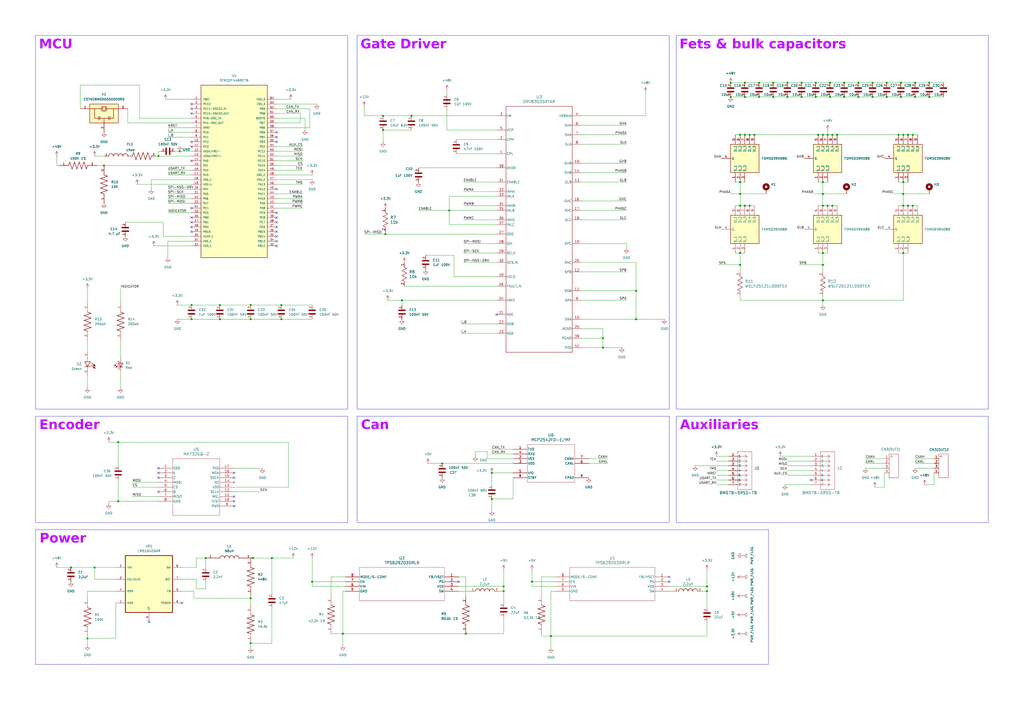
<source format=kicad_sch>
(kicad_sch (version 20250114) (generator "eeschema") (generator_version "9.0")
  (paper "User" 550 386.08)
  (title_block (title "Dash 48V") (date "2025-12-02") (company "DARoS Lab"))
  (rectangle (start 191.77 19.05) (end 359.41 219.71))
  (rectangle (start 19.05 19.05) (end 186.69 219.71))
  (rectangle (start 363.22 223.52) (end 530.86 280.67))
  (rectangle (start 191.77 223.52) (end 359.41 280.67))
  (rectangle (start 19.05 284.48) (end 412.75 356.87))
  (rectangle (start 19.05 223.52) (end 186.69 280.67))
  (rectangle (start 363.22 19.05) (end 530.86 219.71))
  (text "MCU" (at 29.972 25.4 0) (effects (font (size 5.08 5.08) (thickness 1.016) (bold yes))))
  (text "Auxiliaries" (at 386.334 229.87 0) (effects (font (size 5.08 5.08) (thickness 1.016) (bold yes))))
  (text "Gate Driver" (at 216.662 25.4 0) (effects (font (size 5.08 5.08) (thickness 1.016) (bold yes))))
  (text "Can\n" (at 201.422 229.87 0) (effects (font (size 5.08 5.08) (thickness 1.016) (bold yes))))
  (text "Encoder" (at 37.338 229.87 0) (effects (font (size 5.08 5.08) (thickness 1.016) (bold yes))))
  (text "Fets & bulk capacitors" (at 409.702 25.4 0) (effects (font (size 5.08 5.08) (thickness 1.016) (bold yes))))
  (text "Power" (at 33.782 290.83 0) (effects (font (size 5.08 5.08) (thickness 1.016) (bold yes))))
  (junction (at 490.22 72.39))
  (junction (at 422.91 44.45))
  (junction (at 491.49 44.45))
  (junction (at 485.14 97.79))
  (junction (at 483.87 52.07))
  (junction (at 379.73 317.5))
  (junction (at 441.96 110.49))
  (junction (at 444.5 72.39))
  (junction (at 499.11 44.45))
  (junction (at 444.5 110.49))
  (junction (at 118.11 163.83))
  (junction (at 392.43 44.45))
  (junction (at 407.67 52.07))
  (junction (at 400.05 44.45))
  (junction (at 447.04 110.49))
  (junction (at 445.77 44.45))
  (junction (at 441.96 72.39))
  (junction (at 96.52 81.28))
  (junction (at 405.13 72.39))
  (junction (at 85.09 83.82))
  (junction (at 118.11 171.45))
  (junction (at 487.68 72.39))
  (junction (at 430.53 52.07))
  (junction (at 415.29 44.45))
  (junction (at 205.74 62.23))
  (junction (at 264.16 254))
  (junction (at 264.16 267.97))
  (junction (at 422.91 52.07))
  (junction (at 379.73 314.96))
  (junction (at 397.51 72.39))
  (junction (at 441.96 135.89))
  (junction (at 397.51 135.89))
  (junction (at 295.91 341.63))
  (junction (at 402.59 72.39))
  (junction (at 468.63 52.07))
  (junction (at 207.01 125.73))
  (junction (at 400.05 110.49))
  (junction (at 441.96 161.29))
  (junction (at 499.11 52.07))
  (junction (at 134.62 345.44))
  (junction (at 241.3 113.03))
  (junction (at 445.77 52.07))
  (junction (at 184.15 340.36))
  (junction (at 476.25 44.45))
  (junction (at 430.53 44.45))
  (junction (at 250.19 340.36))
  (junction (at 461.01 44.45))
  (junction (at 415.29 52.07))
  (junction (at 487.68 110.49))
  (junction (at 441.96 142.24))
  (junction (at 63.5 237.49))
  (junction (at 134.62 171.45))
  (junction (at 407.67 44.45))
  (junction (at 449.58 72.39))
  (junction (at 146.05 299.72))
  (junction (at 397.51 110.49))
  (junction (at 270.51 314.96))
  (junction (at 110.49 299.72))
  (junction (at 397.51 97.79))
  (junction (at 134.62 321.31))
  (junction (at 135.89 299.72))
  (junction (at 392.43 52.07))
  (junction (at 485.14 135.89))
  (junction (at 285.75 312.42))
  (junction (at 491.49 52.07))
  (junction (at 490.22 110.49))
  (junction (at 397.51 142.24))
  (junction (at 167.64 312.42))
  (junction (at 323.85 181.61))
  (junction (at 220.98 62.23))
  (junction (at 205.74 69.85))
  (junction (at 468.63 44.45))
  (junction (at 341.63 156.21))
  (junction (at 438.15 44.45))
  (junction (at 400.05 72.39))
  (junction (at 438.15 52.07))
  (junction (at 402.59 110.49))
  (junction (at 447.04 72.39))
  (junction (at 50.8 304.8))
  (junction (at 102.87 163.83))
  (junction (at 482.6 72.39))
  (junction (at 270.51 317.5))
  (junction (at 485.14 110.49))
  (junction (at 441.96 97.79))
  (junction (at 38.1 304.8))
  (junction (at 476.25 52.07))
  (junction (at 485.14 72.39))
  (junction (at 441.96 104.14))
  (junction (at 439.42 72.39))
  (junction (at 102.87 171.45))
  (junction (at 483.87 44.45))
  (junction (at 485.14 104.14))
  (junction (at 453.39 44.45))
  (junction (at 341.63 171.45))
  (junction (at 134.62 163.83))
  (junction (at 63.5 269.24))
  (junction (at 400.05 52.07))
  (junction (at 46.99 342.9))
  (junction (at 55.88 88.9))
  (junction (at 453.39 52.07))
  (junction (at 151.13 163.83))
  (junction (at 237.49 248.92))
  (junction (at 151.13 171.45))
  (junction (at 323.85 186.69))
  (junction (at 215.9 161.29))
  (junction (at 397.51 104.14))
  (junction (at 461.01 52.07))
  (no_connect (at 125.73 256.54))
  (no_connect (at 125.73 271.78))
  (no_connect (at 102.87 116.84))
  (no_connect (at 102.87 111.76))
  (no_connect (at 125.73 254))
  (no_connect (at 148.59 114.3))
  (no_connect (at 148.59 73.66))
  (no_connect (at 148.59 121.92))
  (no_connect (at 102.87 58.42))
  (no_connect (at 102.87 55.88))
  (no_connect (at 85.09 251.46))
  (no_connect (at 97.79 323.85))
  (no_connect (at 359.41 312.42))
  (no_connect (at 102.87 60.96))
  (no_connect (at 102.87 119.38))
  (no_connect (at 102.87 121.92))
  (no_connect (at 148.59 124.46))
  (no_connect (at 125.73 269.24))
  (no_connect (at 148.59 119.38))
  (no_connect (at 85.09 254))
  (no_connect (at 435.61 257.81))
  (no_connect (at 148.59 127))
  (no_connect (at 359.41 309.88))
  (no_connect (at 148.59 76.2))
  (no_connect (at 148.59 101.6))
  (no_connect (at 148.59 116.84))
  (no_connect (at 148.59 132.08))
  (no_connect (at 102.87 86.36))
  (no_connect (at 102.87 78.74))
  (no_connect (at 148.59 71.12))
  (no_connect (at 80.01 334.01))
  (no_connect (at 102.87 76.2))
  (no_connect (at 125.73 266.7))
  (no_connect (at 266.7 168.91))
  (no_connect (at 148.59 129.54))
  (no_connect (at 246.38 312.42))
  (no_connect (at 85.09 256.54))
  (no_connect (at 85.09 264.16))
  (no_connect (at 102.87 124.46))
  (wire (pts (xy 436.88 104.14) (xy 441.96 104.14)))
  (wire (pts (xy 336.55 130.81) (xy 336.55 133.35)))
  (wire (pts (xy 135.89 299.72) (xy 146.05 299.72)))
  (wire (pts (xy 105.41 299.72) (xy 110.49 299.72)))
  (wire (pts (xy 46.99 182.88) (xy 46.99 189.23)))
  (wire (pts (xy 243.84 148.59) (xy 243.84 137.16)))
  (wire (pts (xy 82.55 132.08) (xy 102.87 132.08)))
  (wire (pts (xy 435.61 247.65) (xy 422.91 247.65)))
  (wire (pts (xy 430.53 44.45) (xy 438.15 44.45)))
  (wire (pts (xy 312.42 176.53) (xy 323.85 176.53)))
  (wire (pts (xy 312.42 146.05) (xy 336.55 146.05)))
  (wire (pts (xy 220.98 62.23) (xy 205.74 62.23)))
  (wire (pts (xy 295.91 341.63) (xy 379.73 341.63)))
  (wire (pts (xy 394.97 135.89) (xy 397.51 135.89)))
  (wire (pts (xy 439.42 135.89) (xy 441.96 135.89)))
  (wire (pts (xy 397.51 72.39) (xy 400.05 72.39)))
  (wire (pts (xy 148.59 99.06) (xy 162.56 99.06)))
  (wire (pts (xy 167.64 299.72) (xy 167.64 312.42)))
  (wire (pts (xy 134.62 299.72) (xy 135.89 299.72)))
  (wire (pts (xy 248.92 130.81) (xy 266.7 130.81)))
  (wire (pts (xy 397.51 104.14) (xy 397.51 110.49)))
  (wire (pts (xy 90.17 91.44) (xy 102.87 91.44)))
  (wire (pts (xy 90.17 71.12) (xy 102.87 71.12)))
  (wire (pts (xy 323.85 186.69) (xy 323.85 181.61)))
  (wire (pts (xy 438.15 44.45) (xy 445.77 44.45)))
  (wire (pts (xy 468.63 44.45) (xy 476.25 44.45)))
  (wire (pts (xy 397.51 97.79) (xy 400.05 97.79)))
  (wire (pts (xy 243.84 137.16) (xy 228.6 137.16)))
  (wire (pts (xy 407.67 52.07) (xy 415.29 52.07)))
  (wire (pts (xy 359.41 317.5) (xy 361.95 317.5)))
  (wire (pts (xy 88.9 53.34) (xy 102.87 53.34)))
  (wire (pts (xy 501.65 260.35) (xy 496.57 260.35)))
  (wire (pts (xy 87.63 119.38) (xy 67.31 119.38)))
  (wire (pts (xy 245.11 82.55) (xy 266.7 82.55)))
  (wire (pts (xy 391.16 255.27) (xy 384.81 255.27)))
  (wire (pts (xy 63.5 257.81) (xy 63.5 269.24)))
  (wire (pts (xy 104.14 317.5) (xy 104.14 321.31)))
  (wire (pts (xy 163.83 63.5) (xy 163.83 69.85)))
  (wire (pts (xy 435.61 260.35) (xy 421.64 260.35)))
  (wire (pts (xy 146.05 318.77) (xy 146.05 299.72)))
  (wire (pts (xy 400.05 52.07) (xy 407.67 52.07)))
  (wire (pts (xy 87.63 127) (xy 87.63 119.38)))
  (wire (pts (xy 474.98 261.62) (xy 469.9 261.62)))
  (wire (pts (xy 485.14 97.79) (xy 487.68 97.79)))
  (wire (pts (xy 151.13 171.45) (xy 167.64 171.45)))
  (wire (pts (xy 377.19 317.5) (xy 379.73 317.5)))
  (wire (pts (xy 275.59 267.97) (xy 264.16 267.97)))
  (wire (pts (xy 392.43 52.07) (xy 400.05 52.07)))
  (wire (pts (xy 480.06 104.14) (xy 485.14 104.14)))
  (wire (pts (xy 248.92 140.97) (xy 266.7 140.97)))
  (wire (pts (xy 295.91 341.63) (xy 295.91 347.98)))
  (wire (pts (xy 415.29 44.45) (xy 422.91 44.45)))
  (wire (pts (xy 81.28 96.52) (xy 102.87 96.52)))
  (wire (pts (xy 490.22 110.49) (xy 492.76 110.49)))
  (wire (pts (xy 474.98 254) (xy 474.98 261.62)))
  (wire (pts (xy 184.15 340.36) (xy 184.15 346.71)))
  (wire (pts (xy 62.23 342.9) (xy 46.99 342.9)))
  (wire (pts (xy 441.96 97.79) (xy 441.96 104.14)))
  (wire (pts (xy 290.83 341.63) (xy 295.91 341.63)))
  (wire (pts (xy 177.8 309.88) (xy 177.8 320.04)))
  (wire (pts (xy 68.58 58.42) (xy 68.58 66.04)))
  (wire (pts (xy 464.82 248.92) (xy 474.98 248.92)))
  (wire (pts (xy 429.26 142.24) (xy 441.96 142.24)))
  (wire (pts (xy 285.75 314.96) (xy 298.45 314.96)))
  (wire (pts (xy 161.29 60.96) (xy 161.29 66.04)))
  (wire (pts (xy 379.73 317.5) (xy 379.73 314.96)))
  (wire (pts (xy 441.96 97.79) (xy 444.5 97.79)))
  (wire (pts (xy 30.48 304.8) (xy 38.1 304.8)))
  (wire (pts (xy 312.42 87.63) (xy 336.55 87.63)))
  (wire (pts (xy 435.61 252.73) (xy 422.91 252.73)))
  (wire (pts (xy 397.51 135.89) (xy 397.51 142.24)))
  (wire (pts (xy 146.05 299.72) (xy 157.48 299.72)))
  (wire (pts (xy 166.37 58.42) (xy 166.37 68.58)))
  (wire (pts (xy 240.03 69.85) (xy 240.03 58.42)))
  (wire (pts (xy 391.16 260.35) (xy 384.81 260.35)))
  (wire (pts (xy 461.01 52.07) (xy 468.63 52.07)))
  (wire (pts (xy 485.14 104.14) (xy 485.14 110.49)))
  (wire (pts (xy 261.62 242.57) (xy 255.27 242.57)))
  (wire (pts (xy 270.51 317.5) (xy 267.97 317.5)))
  (wire (pts (xy 71.12 261.62) (xy 85.09 261.62)))
  (wire (pts (xy 312.42 161.29) (xy 336.55 161.29)))
  (wire (pts (xy 444.5 110.49) (xy 447.04 110.49)))
  (wire (pts (xy 264.16 267.97) (xy 264.16 274.32)))
  (wire (pts (xy 441.96 161.29) (xy 485.14 161.29)))
  (wire (pts (xy 422.91 52.07) (xy 430.53 52.07)))
  (wire (pts (xy 312.42 92.71) (xy 336.55 92.71)))
  (wire (pts (xy 148.59 93.98) (xy 167.64 93.98)))
  (wire (pts (xy 323.85 186.69) (xy 334.01 186.69)))
  (wire (pts (xy 441.96 135.89) (xy 444.5 135.89)))
  (wire (pts (xy 90.17 101.6) (xy 102.87 101.6)))
  (wire (pts (xy 64.77 199.39) (xy 64.77 208.28)))
  (wire (pts (xy 237.49 248.92) (xy 275.59 248.92)))
  (wire (pts (xy 224.79 113.03) (xy 241.3 113.03)))
  (wire (pts (xy 102.87 171.45) (xy 118.11 171.45)))
  (wire (pts (xy 445.77 44.45) (xy 453.39 44.45)))
  (wire (pts (xy 264.16 241.3) (xy 275.59 241.3)))
  (wire (pts (xy 177.8 340.36) (xy 184.15 340.36)))
  (wire (pts (xy 148.59 111.76) (xy 162.56 111.76)))
  (wire (pts (xy 501.65 254) (xy 501.65 260.35)))
  (wire (pts (xy 118.11 163.83) (xy 134.62 163.83)))
  (wire (pts (xy 246.38 309.88) (xy 250.19 309.88)))
  (wire (pts (xy 435.61 250.19) (xy 422.91 250.19)))
  (wire (pts (xy 402.59 72.39) (xy 405.13 72.39)))
  (wire (pts (xy 464.82 251.46) (xy 474.98 251.46)))
  (wire (pts (xy 312.42 171.45) (xy 341.63 171.45)))
  (wire (pts (xy 346.71 49.53) (xy 346.71 62.23)))
  (wire (pts (xy 81.28 96.52) (xy 81.28 101.6)))
  (wire (pts (xy 397.51 104.14) (xy 411.48 104.14)))
  (wire (pts (xy 391.16 247.65) (xy 384.81 247.65)))
  (wire (pts (xy 246.38 317.5) (xy 252.73 317.5)))
  (wire (pts (xy 449.58 72.39) (xy 482.6 72.39)))
  (wire (pts (xy 266.7 120.65) (xy 241.3 120.65)))
  (wire (pts (xy 266.7 62.23) (xy 220.98 62.23)))
  (wire (pts (xy 435.61 245.11) (xy 419.1 245.11)))
  (wire (pts (xy 397.51 142.24) (xy 397.51 146.05)))
  (wire (pts (xy 166.37 68.58) (xy 148.59 68.58)))
  (wire (pts (xy 312.42 67.31) (xy 336.55 67.31)))
  (wire (pts (xy 323.85 181.61) (xy 323.85 176.53)))
  (wire (pts (xy 43.18 45.72) (xy 43.18 58.42)))
  (wire (pts (xy 487.68 72.39) (xy 490.22 72.39)))
  (wire (pts (xy 207.01 125.73) (xy 207.01 124.46)))
  (wire (pts (xy 439.42 72.39) (xy 441.96 72.39)))
  (wire (pts (xy 483.87 44.45) (xy 491.49 44.45)))
  (wire (pts (xy 134.62 163.83) (xy 151.13 163.83)))
  (wire (pts (xy 379.73 317.5) (xy 379.73 326.39)))
  (wire (pts (xy 491.49 251.46) (xy 501.65 251.46)))
  (wire (pts (xy 439.42 97.79) (xy 441.96 97.79)))
  (wire (pts (xy 134.62 171.45) (xy 151.13 171.45)))
  (wire (pts (xy 134.62 320.04) (xy 134.62 321.31)))
  (wire (pts (xy 397.51 97.79) (xy 397.51 104.14)))
  (wire (pts (xy 397.51 110.49) (xy 400.05 110.49)))
  (wire (pts (xy 90.17 109.22) (xy 102.87 109.22)))
  (wire (pts (xy 30.48 83.82) (xy 30.48 88.9)))
  (wire (pts (xy 134.62 321.31) (xy 134.62 325.12)))
  (wire (pts (xy 148.59 96.52) (xy 167.64 96.52)))
  (wire (pts (xy 447.04 72.39) (xy 449.58 72.39)))
  (wire (pts (xy 58.42 237.49) (xy 63.5 237.49)))
  (wire (pts (xy 391.16 250.19) (xy 373.38 250.19)))
  (wire (pts (xy 241.3 105.41) (xy 241.3 113.03)))
  (wire (pts (xy 285.75 306.07) (xy 285.75 312.42)))
  (wire (pts (xy 105.41 316.23) (xy 110.49 316.23)))
  (wire (pts (xy 275.59 256.54) (xy 275.59 267.97)))
  (wire (pts (xy 167.64 312.42) (xy 167.64 314.96)))
  (wire (pts (xy 485.14 104.14) (xy 499.11 104.14)))
  (wire (pts (xy 62.23 311.15) (xy 50.8 311.15)))
  (wire (pts (xy 50.8 83.82) (xy 55.88 83.82)))
  (wire (pts (xy 316.23 248.92) (xy 326.39 248.92)))
  (wire (pts (xy 266.7 69.85) (xy 240.03 69.85)))
  (wire (pts (xy 224.79 90.17) (xy 266.7 90.17)))
  (wire (pts (xy 341.63 156.21) (xy 341.63 171.45)))
  (wire (pts (xy 55.88 88.9) (xy 102.87 88.9)))
  (wire (pts (xy 85.09 81.28) (xy 85.09 83.82)))
  (wire (pts (xy 441.96 104.14) (xy 441.96 110.49)))
  (wire (pts (xy 397.51 158.75) (xy 397.51 161.29)))
  (wire (pts (xy 476.25 52.07) (xy 483.87 52.07)))
  (wire (pts (xy 64.77 182.88) (xy 64.77 191.77)))
  (wire (pts (xy 482.6 72.39) (xy 485.14 72.39)))
  (wire (pts (xy 185.42 309.88) (xy 177.8 309.88)))
  (wire (pts (xy 266.7 105.41) (xy 241.3 105.41)))
  (wire (pts (xy 184.15 317.5) (xy 184.15 340.36)))
  (wire (pts (xy 394.97 72.39) (xy 397.51 72.39)))
  (wire (pts (xy 250.19 340.36) (xy 184.15 340.36)))
  (wire (pts (xy 312.42 77.47) (xy 336.55 77.47)))
  (wire (pts (xy 444.5 69.85) (xy 444.5 72.39)))
  (wire (pts (xy 485.14 161.29) (xy 485.14 135.89)))
  (wire (pts (xy 167.64 314.96) (xy 185.42 314.96)))
  (wire (pts (xy 407.67 44.45) (xy 415.29 44.45)))
  (wire (pts (xy 247.65 173.99) (xy 266.7 173.99)))
  (wire (pts (xy 312.42 186.69) (xy 323.85 186.69)))
  (wire (pts (xy 312.42 113.03) (xy 336.55 113.03)))
  (wire (pts (xy 248.92 118.11) (xy 266.7 118.11)))
  (wire (pts (xy 422.91 44.45) (xy 430.53 44.45)))
  (wire (pts (xy 46.99 154.94) (xy 46.99 162.56)))
  (wire (pts (xy 430.53 52.07) (xy 438.15 52.07)))
  (wire (pts (xy 95.25 171.45) (xy 102.87 171.45)))
  (wire (pts (xy 270.51 306.07) (xy 270.51 314.96)))
  (wire (pts (xy 245.11 74.93) (xy 266.7 74.93)))
  (wire (pts (xy 102.87 129.54) (xy 90.17 129.54)))
  (wire (pts (xy 415.29 52.07) (xy 422.91 52.07)))
  (wire (pts (xy 391.16 257.81) (xy 384.81 257.81)))
  (wire (pts (xy 312.42 72.39) (xy 336.55 72.39)))
  (wire (pts (xy 312.42 181.61) (xy 323.85 181.61)))
  (wire (pts (xy 402.59 110.49) (xy 405.13 110.49)))
  (wire (pts (xy 312.42 118.11) (xy 336.55 118.11)))
  (wire (pts (xy 270.51 314.96) (xy 270.51 317.5)))
  (wire (pts (xy 312.42 140.97) (xy 341.63 140.97)))
  (wire (pts (xy 148.59 88.9) (xy 162.56 88.9)))
  (wire (pts (xy 392.43 104.14) (xy 397.51 104.14)))
  (wire (pts (xy 148.59 104.14) (xy 162.56 104.14)))
  (wire (pts (xy 400.05 44.45) (xy 407.67 44.45)))
  (wire (pts (xy 264.16 254) (xy 264.16 260.35)))
  (wire (pts (xy 205.74 69.85) (xy 205.74 76.2)))
  (wire (pts (xy 148.59 109.22) (xy 162.56 109.22)))
  (wire (pts (xy 441.96 104.14) (xy 454.66 104.14)))
  (wire (pts (xy 397.51 135.89) (xy 400.05 135.89)))
  (wire (pts (xy 148.59 60.96) (xy 161.29 60.96)))
  (wire (pts (xy 441.96 163.83) (xy 441.96 161.29)))
  (wire (pts (xy 154.94 261.62) (xy 154.94 237.49)))
  (wire (pts (xy 485.14 97.79) (xy 485.14 104.14)))
  (wire (pts (xy 215.9 161.29) (xy 215.9 163.83)))
  (wire (pts (xy 435.61 255.27) (xy 422.91 255.27)))
  (wire (pts (xy 312.42 156.21) (xy 341.63 156.21)))
  (wire (pts (xy 270.51 340.36) (xy 250.19 340.36)))
  (wire (pts (xy 146.05 326.39) (xy 146.05 345.44)))
  (wire (pts (xy 90.17 68.58) (xy 102.87 68.58)))
  (wire (pts (xy 275.59 246.38) (xy 261.62 246.38)))
  (wire (pts (xy 85.09 269.24) (xy 63.5 269.24)))
  (wire (pts (xy 290.83 309.88) (xy 290.83 320.04)))
  (wire (pts (xy 90.17 73.66) (xy 102.87 73.66)))
  (wire (pts (xy 248.92 97.79) (xy 266.7 97.79)))
  (wire (pts (xy 205.74 62.23) (xy 195.58 62.23)))
  (wire (pts (xy 217.17 153.67) (xy 266.7 153.67)))
  (wire (pts (xy 148.59 81.28) (xy 162.56 81.28)))
  (wire (pts (xy 46.99 317.5) (xy 46.99 321.31)))
  (wire (pts (xy 85.09 83.82) (xy 102.87 83.82)))
  (wire (pts (xy 105.41 311.15) (xy 105.41 316.23)))
  (wire (pts (xy 125.73 264.16) (xy 139.7 264.16)))
  (wire (pts (xy 499.11 52.07) (xy 506.73 52.07)))
  (wire (pts (xy 96.52 81.28) (xy 102.87 81.28)))
  (wire (pts (xy 50.8 304.8) (xy 62.23 304.8)))
  (wire (pts (xy 453.39 44.45) (xy 461.01 44.45)))
  (wire (pts (xy 439.42 110.49) (xy 441.96 110.49)))
  (wire (pts (xy 46.99 201.93) (xy 46.99 208.28)))
  (wire (pts (xy 341.63 171.45) (xy 356.87 171.45)))
  (wire (pts (xy 58.42 269.24) (xy 58.42 270.51)))
  (wire (pts (xy 105.41 304.8) (xy 105.41 299.72)))
  (wire (pts (xy 312.42 130.81) (xy 336.55 130.81)))
  (wire (pts (xy 148.59 83.82) (xy 162.56 83.82)))
  (wire (pts (xy 148.59 55.88) (xy 170.18 55.88)))
  (wire (pts (xy 391.16 252.73) (xy 384.81 252.73)))
  (wire (pts (xy 400.05 72.39) (xy 402.59 72.39)))
  (wire (pts (xy 247.65 179.07) (xy 266.7 179.07)))
  (wire (pts (xy 461.01 44.45) (xy 468.63 44.45)))
  (wire (pts (xy 31.75 88.9) (xy 30.48 88.9)))
  (wire (pts (xy 491.49 248.92) (xy 501.65 248.92)))
  (wire (pts (xy 266.7 125.73) (xy 207.01 125.73)))
  (wire (pts (xy 97.79 311.15) (xy 105.41 311.15)))
  (wire (pts (xy 110.49 316.23) (xy 110.49 312.42)))
  (wire (pts (xy 445.77 52.07) (xy 453.39 52.07)))
  (wire (pts (xy 476.25 44.45) (xy 483.87 44.45)))
  (wire (pts (xy 185.42 317.5) (xy 184.15 317.5)))
  (wire (pts (xy 379.73 314.96) (xy 379.73 306.07)))
  (wire (pts (xy 195.58 125.73) (xy 207.01 125.73)))
  (wire (pts (xy 441.96 110.49) (xy 444.5 110.49)))
  (wire (pts (xy 50.8 311.15) (xy 50.8 304.8)))
  (wire (pts (xy 38.1 304.8) (xy 50.8 304.8)))
  (wire (pts (xy 482.6 97.79) (xy 485.14 97.79)))
  (wire (pts (xy 90.17 129.54) (xy 90.17 138.43)))
  (wire (pts (xy 312.42 97.79) (xy 336.55 97.79)))
  (wire (pts (xy 151.13 163.83) (xy 167.64 163.83)))
  (wire (pts (xy 405.13 72.39) (xy 439.42 72.39)))
  (wire (pts (xy 102.87 163.83) (xy 118.11 163.83)))
  (wire (pts (xy 102.87 127) (xy 87.63 127)))
  (wire (pts (xy 441.96 72.39) (xy 444.5 72.39)))
  (wire (pts (xy 485.14 72.39) (xy 487.68 72.39)))
  (wire (pts (xy 74.93 63.5) (xy 74.93 45.72)))
  (wire (pts (xy 208.28 161.29) (xy 215.9 161.29)))
  (wire (pts (xy 90.17 93.98) (xy 102.87 93.98)))
  (wire (pts (xy 71.12 266.7) (xy 85.09 266.7)))
  (wire (pts (xy 490.22 72.39) (xy 492.76 72.39)))
  (wire (pts (xy 97.79 317.5) (xy 104.14 317.5)))
  (wire (pts (xy 285.75 312.42) (xy 298.45 312.42)))
  (wire (pts (xy 394.97 97.79) (xy 397.51 97.79)))
  (wire (pts (xy 46.99 346.71) (xy 46.99 342.9)))
  (wire (pts (xy 295.91 317.5) (xy 295.91 341.63)))
  (wire (pts (xy 148.59 86.36) (xy 162.56 86.36)))
  (wire (pts (xy 146.05 345.44) (xy 134.62 345.44)))
  (wire (pts (xy 95.25 163.83) (xy 102.87 163.83)))
  (wire (pts (xy 68.58 66.04) (xy 102.87 66.04)))
  (wire (pts (xy 118.11 171.45) (xy 134.62 171.45)))
  (wire (pts (xy 485.14 135.89) (xy 487.68 135.89)))
  (wire (pts (xy 93.98 81.28) (xy 96.52 81.28)))
  (wire (pts (xy 391.16 245.11) (xy 384.81 245.11)))
  (wire (pts (xy 275.59 254) (xy 264.16 254)))
  (wire (pts (xy 248.92 135.89) (xy 266.7 135.89)))
  (wire (pts (xy 229.87 248.92) (xy 237.49 248.92)))
  (wire (pts (xy 441.96 135.89) (xy 441.96 142.24)))
  (wire (pts (xy 71.12 259.08) (xy 85.09 259.08)))
  (wire (pts (xy 482.6 110.49) (xy 485.14 110.49)))
  (wire (pts (xy 453.39 52.07) (xy 461.01 52.07)))
  (wire (pts (xy 240.03 48.26) (xy 240.03 50.8)))
  (wire (pts (xy 441.96 142.24) (xy 441.96 146.05)))
  (wire (pts (xy 261.62 246.38) (xy 261.62 242.57)))
  (wire (pts (xy 63.5 237.49) (xy 154.94 237.49)))
  (wire (pts (xy 90.17 114.3) (xy 102.87 114.3)))
  (wire (pts (xy 270.51 331.47) (xy 270.51 340.36)))
  (wire (pts (xy 444.5 72.39) (xy 447.04 72.39)))
  (wire (pts (xy 83.82 83.82) (xy 85.09 83.82)))
  (wire (pts (xy 298.45 317.5) (xy 295.91 317.5)))
  (wire (pts (xy 90.17 104.14) (xy 102.87 104.14)))
  (wire (pts (xy 241.3 120.65) (xy 241.3 113.03)))
  (wire (pts (xy 90.17 106.68) (xy 102.87 106.68)))
  (wire (pts (xy 397.51 161.29) (xy 441.96 161.29)))
  (wire (pts (xy 246.38 314.96) (xy 270.51 314.96)))
  (wire (pts (xy 379.73 334.01) (xy 379.73 341.63)))
  (wire (pts (xy 148.59 53.34) (xy 156.21 53.34)))
  (wire (pts (xy 102.87 63.5) (xy 74.93 63.5)))
  (wire (pts (xy 270.51 317.5) (xy 270.51 323.85)))
  (wire (pts (xy 63.5 269.24) (xy 58.42 269.24)))
  (wire (pts (xy 482.6 135.89) (xy 485.14 135.89)))
  (wire (pts (xy 63.5 237.49) (xy 63.5 250.19)))
  (wire (pts (xy 73.66 99.06) (xy 102.87 99.06)))
  (wire (pts (xy 46.99 342.9) (xy 46.99 341.63)))
  (wire (pts (xy 400.05 110.49) (xy 402.59 110.49)))
  (wire (pts (xy 104.14 321.31) (xy 134.62 321.31)))
  (wire (pts (xy 438.15 52.07) (xy 445.77 52.07)))
  (wire (pts (xy 316.23 246.38) (xy 326.39 246.38)))
  (wire (pts (xy 290.83 340.36) (xy 290.83 341.63)))
  (wire (pts (xy 491.49 52.07) (xy 499.11 52.07)))
  (wire (pts (xy 148.59 106.68) (xy 162.56 106.68)))
  (wire (pts (xy 255.27 242.57) (xy 255.27 245.11)))
  (wire (pts (xy 447.04 110.49) (xy 449.58 110.49)))
  (wire (pts (xy 487.68 110.49) (xy 490.22 110.49)))
  (wire (pts (xy 248.92 102.87) (xy 266.7 102.87)))
  (wire (pts (xy 62.23 323.85) (xy 62.23 342.9)))
  (wire (pts (xy 125.73 261.62) (xy 154.94 261.62)))
  (wire (pts (xy 148.59 91.44) (xy 162.56 91.44)))
  (wire (pts (xy 148.59 58.42) (xy 166.37 58.42)))
  (wire (pts (xy 441.96 161.29) (xy 441.96 158.75)))
  (wire (pts (xy 346.71 62.23) (xy 312.42 62.23)))
  (wire (pts (xy 110.49 299.72) (xy 110.49 304.8)))
  (wire (pts (xy 264.16 243.84) (xy 275.59 243.84)))
  (wire (pts (xy 250.19 309.88) (xy 250.19 320.04)))
  (wire (pts (xy 241.3 113.03) (xy 266.7 113.03)))
  (wire (pts (xy 148.59 78.74) (xy 162.56 78.74)))
  (wire (pts (xy 64.77 154.94) (xy 64.77 162.56)))
  (wire (pts (xy 394.97 110.49) (xy 397.51 110.49)))
  (wire (pts (xy 86.36 81.28) (xy 85.09 81.28)))
  (wire (pts (xy 491.49 44.45) (xy 499.11 44.45)))
  (wire (pts (xy 359.41 314.96) (xy 379.73 314.96)))
  (wire (pts (xy 499.11 44.45) (xy 506.73 44.45)))
  (wire (pts (xy 205.74 69.85) (xy 220.98 69.85)))
  (wire (pts (xy 248.92 110.49) (xy 266.7 110.49)))
  (wire (pts (xy 195.58 62.23) (xy 195.58 57.15)))
  (wire (pts (xy 341.63 140.97) (xy 341.63 156.21)))
  (wire (pts (xy 62.23 317.5) (xy 46.99 317.5)))
  (wire (pts (xy 483.87 52.07) (xy 491.49 52.07)))
  (wire (pts (xy 134.62 347.98) (xy 134.62 345.44)))
  (wire (pts (xy 97.79 304.8) (xy 105.41 304.8)))
  (wire (pts (xy 491.49 246.38) (xy 501.65 246.38)))
  (wire (pts (xy 312.42 107.95) (xy 336.55 107.95)))
  (wire (pts (xy 298.45 309.88) (xy 290.83 309.88)))
  (wire (pts (xy 464.82 246.38) (xy 474.98 246.38)))
  (wire (pts (xy 215.9 161.29) (xy 266.7 161.29)))
  (wire (pts (xy 148.59 63.5) (xy 163.83 63.5)))
  (wire (pts (xy 392.43 44.45) (xy 400.05 44.45)))
  (wire (pts (xy 52.07 88.9) (xy 55.88 88.9)))
  (wire (pts (xy 285.75 312.42) (xy 285.75 314.96)))
  (wire (pts (xy 266.7 148.59) (xy 243.84 148.59)))
  (wire (pts (xy 161.29 66.04) (xy 148.59 66.04)))
  (wire (pts (xy 485.14 110.49) (xy 487.68 110.49)))
  (wire (pts (xy 74.93 45.72) (xy 43.18 45.72)))
  (wire (pts (xy 386.08 142.24) (xy 397.51 142.24)))
  (wire (pts (xy 125.73 251.46) (xy 140.97 251.46)))
  (wire (pts (xy 468.63 52.07) (xy 476.25 52.07)))
  (wire (pts (xy 167.64 312.42) (xy 185.42 312.42)))
  (label "TCK" (at 384.81 247.65 180))
  (label "TMS" (at 162.56 99.06 180))
  (label "PWMB" (at 248.92 110.49 0))
  (label "USART_TX" (at 384.81 257.81 180))
  (label "ENABLE" (at 224.79 113.03 0))
  (label "SCK" (at 139.7 264.16 0))
  (label "PHASB" (at 436.88 104.14 180))
  (label "GHC" (at 474.98 85.09 180))
  (label "GHC" (at 336.55 107.95 180))
  (label "CANH" (at 326.39 246.38 180))
  (label "USART_RX" (at 384.81 260.35 180))
  (label "CAN_RX" (at 264.16 243.84 0))
  (label "MOSI" (at 422.91 247.65 180))
  (label "USART_RX" (at 90.17 93.98 0))
  (label "SPI-SCK" (at 248.92 135.89 0))
  (label "ENABLE" (at 248.92 97.79 0))
  (label "PWMC" (at 248.92 118.11 0))
  (label "CANL" (at 464.82 248.92 0))
  (label "GHB" (at 336.55 87.63 180))
  (label "PHASC" (at 336.55 113.03 180))
  (label "TMS" (at 384.81 252.73 180))
  (label "MOSI" (at 71.12 259.08 0))
  (label "GLB" (at 431.8 123.19 180))
  (label "SPI-NSS-DRV" (at 90.17 101.6 0))
  (label "CAN_TX" (at 264.16 241.3 0))
  (label "SPI-MOSI" (at 248.92 130.81 0))
  (label "PWMC" (at 162.56 111.76 180))
  (label "TCK" (at 162.56 91.44 180))
  (label "GHA" (at 387.35 85.09 180))
  (label "CANH" (at 464.82 246.38 0))
  (label "I_B" (at 247.65 173.99 0))
  (label "MISO" (at 422.91 250.19 180))
  (label "I_A" (at 90.17 71.12 0))
  (label "SPB" (at 429.26 142.24 0))
  (label "GHA" (at 336.55 67.31 180))
  (label "SPI-MISO" (at 90.17 106.68 0))
  (label "MOSI" (at 162.56 81.28 180))
  (label "CS" (at 71.12 261.62 0))
  (label "PHASB" (at 336.55 92.71 180))
  (label "PWMA" (at 248.92 102.87 0))
  (label "PHASA" (at 392.43 104.14 180))
  (label "SCK" (at 422.91 252.73 180))
  (label "ENABLE" (at 162.56 104.14 180))
  (label "AUX_CS" (at 422.91 255.27 180))
  (label "NRST" (at 384.81 255.27 180))
  (label "MISO" (at 162.56 83.82 180))
  (label "GLA" (at 387.35 123.19 180))
  (label "PHASC" (at 480.06 104.14 180))
  (label "I_A" (at 247.65 179.07 0))
  (label "GLA" (at 336.55 77.47 180))
  (label "SPA" (at 386.08 142.24 0))
  (label "SPI-MISO" (at 195.58 125.73 0))
  (label "GHB" (at 431.8 85.09 180))
  (label "MISO" (at 71.12 266.7 0))
  (label "CANL" (at 326.39 248.92 180))
  (label "I_B" (at 90.17 73.66 0))
  (label "USART_TX" (at 90.17 91.44 0))
  (label "SCK" (at 162.56 86.36 180))
  (label "GLB" (at 336.55 97.79 180))
  (label "GLC" (at 474.98 123.19 180))
  (label "INDICATOR" (at 64.77 154.94 0))
  (label "SPI-SCK" (at 90.17 104.14 0))
  (label "SPI-NSS-DRV" (at 248.92 140.97 0))
  (label "CS" (at 162.56 88.9 180))
  (label "PWMA" (at 162.56 106.68 180))
  (label "AUX_CS" (at 162.56 78.74 180))
  (label "GLC" (at 336.55 118.11 180))
  (label "SPI-MOSI" (at 90.17 109.22 0))
  (label "PHASA" (at 336.55 72.39 180))
  (label "CANL" (at 491.49 248.92 0))
  (label "SPA" (at 336.55 161.29 180))
  (label "CAN_TX" (at 153.67 58.42 0))
  (label "CANH" (at 491.49 246.38 0))
  (label "PWMB" (at 162.56 109.22 180))
  (label "INDICATOR" (at 90.17 114.3 0))
  (label "CAN_RX" (at 153.67 60.96 0))
  (label "SPB" (at 336.55 146.05 180))
  (label "NRST" (at 90.17 68.58 0))
  (symbol (lib_id "power:GND") (at 46.99 346.71 0) (unit 1)
    (property "Reference" "#PWR03" (effects (hide yes)))
    (property "Value" "GND" (at 46.99 351.79 0))
    (property "Description" "Power symbol creates a global label with name \"GND\" , ground" (effects (hide yes)))
  )
  (symbol (lib_id "dash:CC0603JRX7R9BB104") (at 118.11 166.37 270) (unit 1)
    (property "Reference" "C31" (at 121.92 166.3699 90) (effects (justify left)))
    (property "Value" "100nF 50V" (at 121.92 168.9099 90) (effects (justify left)))
    (property "Footprint" "dash:CC0603JRX7R9BB104" (effects (hide yes)))
  )
  (symbol (lib_id "dash:GRM32ER71J106KA12L") (at 205.74 67.31 90) (unit 1)
    (property "Reference" "C7" (at 209.55 64.7699 90) (effects (justify right)))
    (property "Value" "10uF 63V" (at 209.55 67.3099 90) (effects (justify right)))
    (property "Footprint" "dash:GRM32ER71J106KA12L" (effects (hide yes)))
  )
  (symbol (lib_id "dash:CC0603JRX7R9BB104") (at 215.9 168.91 90) (unit 1)
    (property "Reference" "C12" (at 219.71 166.3699 90) (effects (justify right)))
    (property "Value" "100nF 50V" (at 219.71 168.9099 90) (effects (justify right)))
    (property "Footprint" "dash:CC0603JRX7R9BB104" (effects (hide yes)))
  )
  (symbol (lib_id "power:GND") (at 373.38 250.19 0) (unit 1)
    (property "Reference" "#PWR065" (effects (hide yes)))
    (property "Value" "GND" (at 373.38 255.27 0))
    (property "Description" "Power symbol creates a global label with name \"GND\" , ground" (effects (hide yes)))
  )
  (symbol (lib_id "power:+3.3V") (at 207.01 111.76 0) (unit 1)
    (property "Reference" "#PWR022" (effects (hide yes)))
    (property "Value" "+3.3V" (at 207.01 106.68 0))
    (property "Description" "Power symbol creates a global label with name \"+3.3V\"" (effects (hide yes)))
  )
  (symbol (lib_id "dash:GRM32EC72A106KE05L") (at 506.73 49.53 90) (unit 1)
    (property "Reference" "C30" (at 500.888 45.974 90) (effects (justify right)))
    (property "Value" "10uF" (at 501.65 50.8 90) (effects (justify right)))
    (property "Footprint" "dash:GRM32EC72A106KE05L" (effects (hide yes)))
    (property "Datasheet" "https://www.digikey.com/en/products/detail/murata-electronics/grm32ec72a106ke05l/7319245" (effects (hide yes)))
  )
  (symbol (lib_id "dash:RC0402FR_07150KL") (at 41.91 88.9 0) (unit 1)
    (property "Reference" "R9" (at 41.91 82.55 0))
    (property "Value" "150K 1%" (at 41.91 85.09 0))
    (property "Footprint" "dash:RC0402FR_07150KL" (effects (hide yes)))
    (property "Datasheet" "https://www.lcsc.com/product-detail/C93947.html" (effects (hide yes)))
  )
  (symbol (lib_id "power:+3.3V") (at 264.16 254 0) (unit 1)
    (property "Reference" "#PWR059" (effects (hide yes)))
    (property "Value" "+3.3V" (at 258.572 252.73 0))
    (property "Description" "Power symbol creates a global label with name \"+3.3V\"" (effects (hide yes)))
  )
  (symbol (lib_id "dash:GRM32EC72A106KE05L") (at 453.39 49.53 90) (unit 1)
    (property "Reference" "C23" (at 447.548 45.974 90) (effects (justify right)))
    (property "Value" "10uF" (at 448.31 50.8 90) (effects (justify right)))
    (property "Footprint" "dash:GRM32EC72A106KE05L" (effects (hide yes)))
    (property "Datasheet" "https://www.digikey.com/en/products/detail/murata-electronics/grm32ec72a106ke05l/7319245" (effects (hide yes)))
  )
  (symbol (lib_id "dash:GRM32EC72A106KE05L") (at 407.67 49.53 90) (unit 1)
    (property "Reference" "C17" (at 401.828 45.974 90) (effects (justify right)))
    (property "Value" "10uF" (at 402.59 50.8 90) (effects (justify right)))
    (property "Footprint" "dash:GRM32EC72A106KE05L" (effects (hide yes)))
    (property "Datasheet" "https://www.digikey.com/en/products/detail/murata-electronics/grm32ec72a106ke05l/7319245" (effects (hide yes)))
  )
  (symbol (lib_id "dash:CC0603JRX7R9BB104") (at 134.62 166.37 270) (unit 1)
    (property "Reference" "C33" (at 138.43 166.3699 90) (effects (justify left)))
    (property "Value" "100nF 50V" (at 138.43 168.9099 90) (effects (justify left)))
    (property "Footprint" "dash:CC0603JRX7R9BB104" (effects (hide yes)))
  )
  (symbol (lib_id "power:GND") (at 184.15 346.71 0) (unit 1)
    (property "Reference" "#PWR010" (effects (hide yes)))
    (property "Value" "GND" (at 184.15 351.79 0))
    (property "Description" "Power symbol creates a global label with name \"GND\" , ground" (effects (hide yes)))
  )
  (symbol (lib_id "dash:GRM32EC72A106KE05L") (at 400.05 49.53 90) (unit 1)
    (property "Reference" "C16" (at 394.208 45.974 90) (effects (justify right)))
    (property "Value" "10uF" (at 394.97 50.8 90) (effects (justify right)))
    (property "Footprint" "dash:GRM32EC72A106KE05L" (effects (hide yes)))
    (property "Datasheet" "https://www.digikey.com/en/products/detail/murata-electronics/grm32ec72a106ke05l/7319245" (effects (hide yes)))
  )
  (symbol (lib_id "dash:XT30(2+2)PB-M.G.B") (at 480.06 250.19 0) (unit 1)
    (property "Reference" "CN3(OUT)1" (at 473.202 241.3 0) (effects (justify left)))
    (property "Value" "XT30(2+2)PB-M.G.B" (effects (hide yes)))
    (property "Footprint" "dash:XT30(2+2)PB-M.G.B" (effects (hide yes)))
    (property "Manufacturer Part" "XT30(2+2)PB-M.G.B" (effects (hide yes)))
  )
  (symbol (lib_id "power:+3.3V") (at 217.17 140.97 0) (unit 1)
    (property "Reference" "#PWR024" (effects (hide yes)))
    (property "Value" "+3.3V" (at 217.17 135.89 0))
    (property "Description" "Power symbol creates a global label with name \"+3.3V\"" (effects (hide yes)))
  )
  (symbol (lib_id "dash:FDMS039N08B") (at 444.5 85.09 0) (unit 1)
    (property "Reference" "Q3" (effects (hide yes)))
    (property "Value" "FDMS039N08B" (at 453.39 85.0899 0) (effects (justify left)))
    (property "Footprint" "dash:FDMS039N08B" (effects (hide yes)))
    (property "Datasheet" "https://www.onsemi.com/pub/Collateral/FDMS039N08B-D.PDF" (effects (hide yes)))
    (property "Description" "100% UIL Tested; Low Reverse Recovery Charge, Qrr = 80nC; RDS(on) = 3.2 m (Typ.)@ VGS = 10 V, ID = 50 A; RoHS Compliant; Low FOM RDS(on) *QG; Fast Switching Speed; Enables highly efficiency in synchronous rectification; Soft reverse recovery Body Diode" (effects (hide yes)))
    (property "Height" "1.1" (effects (hide yes)))
    (property "Manufacturer_Name" "onsemi" (effects (hide yes)))
    (property "Manufacturer_Part_Number" "FDMS039N08B" (effects (hide yes)))
    (property "Mouser Part Number" "512-FDMS039N08B" (effects (hide yes)))
    (property "Mouser Price/Stock" "https://www.mouser.co.uk/ProductDetail/onsemi-Fairchild/FDMS039N08B?qs=EN3VjTIJKYFlfg%252B94RGiRQ%3D%3D" (effects (hide yes)))
    (property "Arrow Part Number" "FDMS039N08B" (effects (hide yes)))
    (property "Arrow Price/Stock" "https://www.arrow.com/en/products/fdms039n08b/on-semiconductor?region=nac" (effects (hide yes)))
  )
  (symbol (lib_id "power:GND") (at 237.49 256.54 0) (unit 1)
    (property "Reference" "#PWR061" (effects (hide yes)))
    (property "Value" "GND" (at 237.49 261.62 0))
    (property "Description" "Power symbol creates a global label with name \"GND\" , ground" (effects (hide yes)))
  )
  (symbol (lib_id "power:GND") (at 163.83 69.85 0) (unit 1)
    (property "Reference" "#PWR033" (effects (hide yes)))
    (property "Value" "GND" (at 163.83 74.93 0))
    (property "Description" "Power symbol creates a global label with name \"GND\" , ground" (effects (hide yes)))
  )
  (symbol (lib_id "dash:CC0603JRX7R9BB104") (at 151.13 166.37 270) (unit 1)
    (property "Reference" "C34" (at 154.94 166.3699 90) (effects (justify left)))
    (property "Value" "100nF 50V" (at 154.94 168.9099 90) (effects (justify left)))
    (property "Footprint" "dash:CC0603JRX7R9BB104" (effects (hide yes)))
  )
  (symbol (lib_id "power:+3.3V") (at 58.42 237.49 0) (unit 1)
    (property "Reference" "#PWR055" (effects (hide yes)))
    (property "Value" "+3.3V" (at 58.42 232.41 0))
    (property "Description" "Power symbol creates a global label with name \"+3.3V\"" (effects (hide yes)))
  )
  (symbol (lib_id "power:+48V") (at 240.03 48.26 0) (unit 1)
    (property "Reference" "#PWR019" (effects (hide yes)))
    (property "Value" "+48V" (at 240.03 43.18 0))
    (property "Description" "Power symbol creates a global label with name \"+48V\"" (effects (hide yes)))
  )
  (symbol (lib_id "dash:CC0603KRX7R0BB473") (at 245.11 80.01 90) (unit 1)
    (property "Reference" "C9" (at 248.92 77.4699 90) (effects (justify right)))
    (property "Value" "47nF 100V" (at 248.92 80.0099 90) (effects (justify right)))
    (property "Footprint" "dash:CC0603KRX7R0BB473" (effects (hide yes)))
  )
  (symbol (lib_id "dash:CC0603JRX7R9BB104") (at 167.64 166.37 270) (unit 1)
    (property "Reference" "C35" (at 171.45 166.3699 90) (effects (justify left)))
    (property "Value" "100nF 50V" (at 171.45 168.9099 90) (effects (justify left)))
    (property "Footprint" "dash:CC0603JRX7R9BB104" (effects (hide yes)))
  )
  (symbol (lib_id "dash:MA732GQ-Z") (at 85.09 251.46 0) (unit 1)
    (property "Reference" "U5" (at 105.41 241.3 0) (effects (font (size 1.524 1.524))))
    (property "Value" "MA732GQ-Z" (at 105.41 243.84 0) (effects (font (size 1.524 1.524))))
    (property "Footprint" "dash:MA732GQ-Z" (effects (hide yes)))
    (property "Datasheet" "https://www.monolithicpower.com/en/documentview/productdocument/index/version/2/document_type/Datasheet/lang/en/sku/MA732GQ-Z" (effects (hide yes)))
  )
  (symbol (lib_id "dash:RT0603BRD0749K9L") (at 134.62 335.28 90) (unit 1)
    (property "Reference" "R3" (at 138.43 334.0099 90) (effects (justify right)))
    (property "Value" "49.9k" (at 138.43 336.5499 90) (effects (justify right)))
    (property "Footprint" "dash:RT0603BRD0749K9L" (effects (hide yes)))
  )
  (symbol (lib_id "dash:GRM32ER71E226KE15L") (at 270.51 328.93 90) (unit 1)
    (property "Reference" "C4" (at 274.32 326.3899 90) (effects (justify right)))
    (property "Value" "22uF" (at 274.32 328.9299 90) (effects (justify right)))
    (property "Footprint" "dash:GRM32ER71E226KE15L" (effects (hide yes)))
  )
  (symbol (lib_id "power:GND") (at 316.23 256.54 0) (unit 1)
    (property "Reference" "#PWR063" (effects (hide yes)))
    (property "Value" "GND" (at 316.23 261.62 0))
    (property "Description" "Power symbol creates a global label with name \"GND\" , ground" (effects (hide yes)))
  )
  (symbol (lib_id "power:GND") (at 441.96 163.83 0) (unit 1)
    (property "Reference" "#PWR047" (effects (hide yes)))
    (property "Value" "GND" (at 441.96 168.91 0))
    (property "Description" "Power symbol creates a global label with name \"GND\" , ground" (effects (hide yes)))
  )
  (symbol (lib_id "power:PWR_FLAG") (at 398.78 298.45 270) (unit 1)
    (property "Reference" "#FLG01" (effects (hide yes)))
    (property "Value" "PWR_FLAG" (at 403.86 298.45 0))
    (property "Description" "Special symbol for telling ERC where power comes from" (effects (hide yes)))
  )
  (symbol (lib_id "power:+5V") (at 270.51 306.07 0) (unit 1)
    (property "Reference" "#PWR011" (effects (hide yes)))
    (property "Value" "+5V" (at 270.51 300.99 0))
    (property "Description" "Power symbol creates a global label with name \"+5V\"" (effects (hide yes)))
  )
  (symbol (lib_id "power:+48V") (at 398.78 320.04 90) (unit 1)
    (property "Reference" "#PWR06" (effects (hide yes)))
    (property "Value" "+48V" (at 393.7 320.04 0))
    (property "Description" "Power symbol creates a global label with name \"+48V\"" (effects (hide yes)))
  )
  (symbol (lib_id "dash:GRM32EC72A106KE05L") (at 468.63 49.53 90) (unit 1)
    (property "Reference" "C25" (at 462.788 45.974 90) (effects (justify right)))
    (property "Value" "10uF" (at 463.55 50.8 90) (effects (justify right)))
    (property "Footprint" "dash:GRM32EC72A106KE05L" (effects (hide yes)))
    (property "Datasheet" "https://www.digikey.com/en/products/detail/murata-electronics/grm32ec72a106ke05l/7319245" (effects (hide yes)))
  )
  (symbol (lib_id "dash:CL31B225KCHSNNE") (at 38.1 309.88 90) (unit 1)
    (property "Reference" "C1" (at 41.91 307.3399 90) (effects (justify right)))
    (property "Value" "2.2uF" (at 41.91 309.8799 90) (effects (justify right)))
    (property "Footprint" "dash:CL31B225KCHSNNE" (effects (hide yes)))
    (property "E_max" "1.8" (effects (hide yes)))
    (property "L_max" "0.8" (effects (hide yes)))
    (property "A_max" "1.8" (effects (hide yes)))
    (property "L1_nom" "0.5" (effects (hide yes)))
    (property "D_max" "3.4" (effects (hide yes)))
    (property "A_nom" "1.8" (effects (hide yes)))
    (property "L1_max" "0.8" (effects (hide yes)))
    (property "L1_min" "0.2" (effects (hide yes)))
    (property "A_min" "1.8" (effects (hide yes)))
    (property "E_min" "1.4" (effects (hide yes)))
    (property "D_min" "3.0" (effects (hide yes)))
    (property "D_nom" "3.2" (effects (hide yes)))
    (property "E_nom" "1.6" (effects (hide yes)))
    (property "STANDARD" "IPC 7351B" (effects (hide yes)))
    (property "L_min" "0.2" (effects (hide yes)))
    (property "L_nom" "0.5" (effects (hide yes)))
    (property "MANUFACTURER" "Samsung Electro-Mechanics" (effects (hide yes)))
  )
  (symbol (lib_id "power:+48V") (at 30.48 304.8 0) (unit 1)
    (property "Reference" "#PWR01" (effects (hide yes)))
    (property "Value" "+48V" (at 30.48 299.72 0))
    (property "Description" "Power symbol creates a global label with name \"+48V\"" (effects (hide yes)))
  )
  (symbol (lib_id "dash:GRM32EC72A106KE05L") (at 483.87 49.53 90) (unit 1)
    (property "Reference" "C27" (at 478.028 45.974 90) (effects (justify right)))
    (property "Value" "10uF" (at 478.79 50.8 90) (effects (justify right)))
    (property "Footprint" "dash:GRM32EC72A106KE05L" (effects (hide yes)))
    (property "Datasheet" "https://www.digikey.com/en/products/detail/murata-electronics/grm32ec72a106ke05l/7319245" (effects (hide yes)))
  )
  (symbol (lib_id "Mechanical:MountingHole_Pad") (at 499.11 101.6 0) (unit 1) (in_bom no)
    (property "Reference" "H3" (at 501.65 99.0599 0) (effects (justify left)))
    (property "Value" "MountingHole_Pad" (effects (hide yes)))
    (property "Footprint" "MountingHole:MountingHole_2.2mm_M2_Pad" (effects (hide yes)))
    (property "Description" "Mounting Hole with connection" (effects (hide yes)))
  )
  (symbol (lib_id "power:+12V") (at 398.78 309.88 90) (unit 1)
    (property "Reference" "#PWR07" (effects (hide yes)))
    (property "Value" "+12V" (at 393.7 309.88 0))
    (property "Description" "Power symbol creates a global label with name \"+12V\"" (effects (hide yes)))
  )
  (symbol (lib_id "dash:LTST-C191KRKT") (at 64.77 196.85 0) (unit 1)
    (property "Reference" "D1" (at 67.31 194.9195 0) (effects (justify left)))
    (property "Value" "Red" (at 67.31 197.4595 0) (effects (justify left)))
    (property "Footprint" "dash:LTST_C191KRKT" (effects (hide yes)))
    (property "Datasheet" "https://www.digikey.com/en/products/detail/lite-on-inc/ltst-c191krkt/386837" (effects (hide yes)))
  )
  (symbol (lib_id "power:PWR_FLAG") (at 398.78 330.2 270) (unit 1)
    (property "Reference" "#FLG04" (effects (hide yes)))
    (property "Value" "PWR_FLAG" (at 403.86 330.2 0))
    (property "Description" "Special symbol for telling ERC where power comes from" (effects (hide yes)))
  )
  (symbol (lib_id "dash:GRM32EC72A106KE05L") (at 461.01 49.53 90) (unit 1)
    (property "Reference" "C24" (at 455.168 45.974 90) (effects (justify right)))
    (property "Value" "10uF" (at 455.93 50.8 90) (effects (justify right)))
    (property "Footprint" "dash:GRM32EC72A106KE05L" (effects (hide yes)))
    (property "Datasheet" "https://www.digikey.com/en/products/detail/murata-electronics/grm32ec72a106ke05l/7319245" (effects (hide yes)))
  )
  (symbol (lib_id "dash:FDMS039N08B") (at 400.05 123.19 0) (unit 1)
    (property "Reference" "Q2" (effects (hide yes)))
    (property "Value" "FDMS039N08B" (at 408.94 123.1899 0) (effects (justify left)))
    (property "Footprint" "dash:FDMS039N08B" (effects (hide yes)))
    (property "Datasheet" "https://www.onsemi.com/pub/Collateral/FDMS039N08B-D.PDF" (effects (hide yes)))
    (property "Description" "100% UIL Tested; Low Reverse Recovery Charge, Qrr = 80nC; RDS(on) = 3.2 m (Typ.)@ VGS = 10 V, ID = 50 A; RoHS Compliant; Low FOM RDS(on) *QG; Fast Switching Speed; Enables highly efficiency in synchronous rectification; Soft reverse recovery Body Diode" (effects (hide yes)))
    (property "Height" "1.1" (effects (hide yes)))
    (property "Manufacturer_Name" "onsemi" (effects (hide yes)))
    (property "Manufacturer_Part_Number" "FDMS039N08B" (effects (hide yes)))
    (property "Mouser Part Number" "512-FDMS039N08B" (effects (hide yes)))
    (property "Mouser Price/Stock" "https://www.mouser.co.uk/ProductDetail/onsemi-Fairchild/FDMS039N08B?qs=EN3VjTIJKYFlfg%252B94RGiRQ%3D%3D" (effects (hide yes)))
    (property "Arrow Part Number" "FDMS039N08B" (effects (hide yes)))
    (property "Arrow Price/Stock" "https://www.arrow.com/en/products/fdms039n08b/on-semiconductor?region=nac" (effects (hide yes)))
  )
  (symbol (lib_id "dash:RC0402FR_0742K2L") (at 177.8 330.2 90) (unit 1)
    (property "Reference" "R4" (at 171.196 329.946 90) (effects (justify right)))
    (property "Value" "42.2k 1%" (at 165.608 333.502 90) (effects (justify right)))
    (property "Footprint" "dash:RC0402FR_0742K2L" (effects (hide yes)))
  )
  (symbol (lib_id "dash:WSLF25121L000FEA") (at 441.96 158.75 90) (unit 1)
    (property "Reference" "R12" (at 444.5 151.1299 90) (effects (font (size 1.524 1.524)) (justify right)))
    (property "Value" "WSLF25121L000FEA" (at 444.5 153.6699 90) (effects (font (size 1.524 1.524)) (justify right)))
    (property "Footprint" "dash:WSLF25121L000FEA" (effects (hide yes)))
    (property "Datasheet" "https://www.vishay.com/doc?30193" (effects (hide yes)))
  )
  (symbol (lib_id "dash:GRM155R60J475ME87D") (at 67.31 124.46 90) (unit 1)
    (property "Reference" "C14" (at 59.182 122.936 90) (effects (justify right)))
    (property "Value" "4.7 µF" (at 58.166 125.476 90) (effects (justify right)))
    (property "Footprint" "dash:GRM155R60J475ME87D" (effects (hide yes)))
  )
  (symbol (lib_id "power:+3.3V") (at 398.78 340.36 90) (unit 1)
    (property "Reference" "#PWR016" (effects (hide yes)))
    (property "Value" "+3.3V" (at 393.7 340.36 0))
    (property "Description" "Power symbol creates a global label with name \"+3.3V\"" (effects (hide yes)))
  )
  (symbol (lib_id "dash:STM32F446RCT6") (at 125.73 111.76 0) (unit 1)
    (property "Reference" "U4" (at 125.73 40.64 0))
    (property "Value" "STM32F446RCT6" (at 125.73 43.18 0))
    (property "Footprint" "dash:STM32F446RCT6" (effects (hide yes)))
    (property "MANUFACTURER" "ST Microelectronics" (effects (hide yes)))
  )
  (symbol (lib_id "power:+5V") (at 229.87 248.92 0) (unit 1)
    (property "Reference" "#PWR060" (effects (hide yes)))
    (property "Value" "+5V" (at 229.87 243.84 0))
    (property "Description" "Power symbol creates a global label with name \"+5V\"" (effects (hide yes)))
  )
  (symbol (lib_id "power:GND") (at 58.42 270.51 0) (unit 1)
    (property "Reference" "#PWR056" (effects (hide yes)))
    (property "Value" "GND" (at 58.42 275.59 0))
    (property "Description" "Power symbol creates a global label with name \"GND\" , ground" (effects (hide yes)))
  )
  (symbol (lib_id "power:PWR_FLAG") (at 398.78 320.04 270) (unit 1)
    (property "Reference" "#FLG03" (effects (hide yes)))
    (property "Value" "PWR_FLAG" (at 403.86 320.04 0))
    (property "Description" "Special symbol for telling ERC where power comes from" (effects (hide yes)))
  )
  (symbol (lib_id "power:+48V") (at 496.57 260.35 0) (unit 1)
    (property "Reference" "#PWR068" (effects (hide yes)))
    (property "Value" "+48V" (at 496.57 255.27 0))
    (property "Description" "Power symbol creates a global label with name \"+48V\"" (effects (hide yes)))
  )
  (symbol (lib_id "dash:CL31B105KCHNNNE") (at 224.79 95.25 90) (unit 1)
    (property "Reference" "C10" (at 219.71 90.678 90))
    (property "Value" "1uF 100V" (at 216.916 94.234 90))
    (property "Footprint" "dash:CL31B105KCHNNNE" (effects (hide yes)))
    (property "E_max" "1.8" (effects (hide yes)))
    (property "L_max" "0.8" (effects (hide yes)))
    (property "A_max" "1.8" (effects (hide yes)))
    (property "L1_nom" "0.5" (effects (hide yes)))
    (property "D_max" "3.4" (effects (hide yes)))
    (property "A_nom" "1.8" (effects (hide yes)))
    (property "L1_max" "0.8" (effects (hide yes)))
    (property "L1_min" "0.2" (effects (hide yes)))
    (property "A_min" "1.8" (effects (hide yes)))
    (property "E_min" "1.4" (effects (hide yes)))
    (property "D_min" "3.0" (effects (hide yes)))
    (property "D_nom" "3.2" (effects (hide yes)))
    (property "E_nom" "1.6" (effects (hide yes)))
    (property "STANDARD" "IPC 7351B" (effects (hide yes)))
    (property "L_min" "0.2" (effects (hide yes)))
    (property "L_nom" "0.5" (effects (hide yes)))
    (property "MANUFACTURER" "Samsung Electro-Mechanics" (effects (hide yes)))
  )
  (symbol (lib_id "dash:CSTNE8M00G550000R0") (at 55.88 60.96 0) (unit 1)
    (property "Reference" "Y1" (at 55.88 50.8 0))
    (property "Value" "CSTNE8M00G550000R0" (at 55.88 53.34 0))
    (property "Footprint" "dash:CSTNE8M00G550000R0" (effects (hide yes)))
    (property "MF" "Murata Electronics" (effects (hide yes)))
    (property "Description_1" "8 MHz Ceramic Resonator Built in Capacitor 33 pF ±0.2% 40 Ohms -40°C ~ 85°C Surface Mount" (effects (hide yes)))
    (property "Package" "SMD-3 Murata" (effects (hide yes)))
    (property "Price" "None" (effects (hide yes)))
    (property "MP" "CSTNE8M00G550000R0" (effects (hide yes)))
    (property "Availability" "In Stock" (effects (hide yes)))
    (property "Purchase-URL" "https://pricing.snapeda.com/search/part/CSTNE8M00G550000R0/?ref=eda" (effects (hide yes)))
  )
  (symbol (lib_id "dash:CL31B105KCHNNNE") (at 240.03 55.88 90) (unit 1)
    (property "Reference" "C6" (at 243.84 53.3399 90) (effects (justify right)))
    (property "Value" "1UF 100V" (at 243.84 55.8799 90) (effects (justify right)))
    (property "Footprint" "dash:CL31B105KCHNNNE" (effects (hide yes)))
    (property "E_max" "1.8" (effects (hide yes)))
    (property "L_max" "0.8" (effects (hide yes)))
    (property "A_max" "1.8" (effects (hide yes)))
    (property "L1_nom" "0.5" (effects (hide yes)))
    (property "D_max" "3.4" (effects (hide yes)))
    (property "A_nom" "1.8" (effects (hide yes)))
    (property "L1_max" "0.8" (effects (hide yes)))
    (property "L1_min" "0.2" (effects (hide yes)))
    (property "A_min" "1.8" (effects (hide yes)))
    (property "E_min" "1.4" (effects (hide yes)))
    (property "D_min" "3.0" (effects (hide yes)))
    (property "D_nom" "3.2" (effects (hide yes)))
    (property "E_nom" "1.6" (effects (hide yes)))
    (property "STANDARD" "IPC 7351B" (effects (hide yes)))
    (property "L_min" "0.2" (effects (hide yes)))
    (property "L_nom" "0.5" (effects (hide yes)))
    (property "MANUFACTURER" "Samsung Electro-Mechanics" (effects (hide yes)))
  )
  (symbol (lib_id "power:GND") (at 336.55 133.35 0) (unit 1)
    (property "Reference" "#PWR029" (effects (hide yes)))
    (property "Value" "GND" (at 336.55 138.43 0))
    (property "Description" "Power symbol creates a global label with name \"GND\" , ground" (effects (hide yes)))
  )
  (symbol (lib_id "power:GND") (at 398.78 298.45 270) (unit 1)
    (property "Reference" "#PWR08" (effects (hide yes)))
    (property "Value" "GND" (at 393.7 298.45 0))
    (property "Description" "Power symbol creates a global label with name \"GND\" , ground" (effects (hide yes)))
  )
  (symbol (lib_id "dash:RC0402FR_0780K6L") (at 250.19 330.2 90) (unit 1)
    (property "Reference" "R5" (at 236.982 329.692 90) (effects (justify right)))
    (property "Value" "80.6k 1%" (at 236.982 332.232 90) (effects (justify right)))
    (property "Footprint" "dash:RC0402FR_0780K6L" (effects (hide yes)))
  )
  (symbol (lib_id "power:+5V") (at 398.78 330.2 90) (unit 1)
    (property "Reference" "#PWR012" (effects (hide yes)))
    (property "Value" "+5V" (at 393.7 330.2 0))
    (property "Description" "Power symbol creates a global label with name \"+5V\"" (effects (hide yes)))
  )
  (symbol (lib_id "power:+3.3V") (at 50.8 83.82 0) (unit 1)
    (property "Reference" "#PWR043" (effects (hide yes)))
    (property "Value" "+3.3V" (at 50.8 78.74 0))
    (property "Description" "Power symbol creates a global label with name \"+3.3V\"" (effects (hide yes)))
  )
  (symbol (lib_id "power:GND") (at 205.74 76.2 0) (unit 1)
    (property "Reference" "#PWR020" (effects (hide yes)))
    (property "Value" "GND" (at 205.74 81.28 0))
    (property "Description" "Power symbol creates a global label with name \"GND\" , ground" (effects (hide yes)))
  )
  (symbol (lib_id "dash:CC0603JRX7R9BB104") (at 264.16 265.43 90) (unit 1)
    (property "Reference" "C38" (at 255.524 265.938 90) (effects (justify left)))
    (property "Value" "100nF 50V" (at 261.62 263.398 90) (effects (justify left)))
    (property "Footprint" "dash:CC0603JRX7R9BB104" (effects (hide yes)))
    (property "Datasheet" "https://www.lcsc.com/product-detail/C91183.html?s_z=n_CC0603JRX7R9BB104" (effects (hide yes)))
  )
  (symbol (lib_id "power:GND") (at 46.99 208.28 0) (unit 1)
    (property "Reference" "#PWR050" (effects (hide yes)))
    (property "Value" "GND" (at 46.99 213.36 0))
    (property "Description" "Power symbol creates a global label with name \"GND\" , ground" (effects (hide yes)))
  )
  (symbol (lib_id "power:GND") (at 55.88 109.22 0) (unit 1)
    (property "Reference" "#PWR041" (effects (hide yes)))
    (property "Value" "GND" (at 55.88 114.3 0))
    (property "Description" "Power symbol creates a global label with name \"GND\" , ground" (effects (hide yes)))
  )
  (symbol (lib_id "power:+3.3V") (at 384.81 245.11 0) (unit 1)
    (property "Reference" "#PWR064" (effects (hide yes)))
    (property "Value" "+3.3V" (at 384.81 240.03 0))
    (property "Description" "Power symbol creates a global label with name \"+3.3V\"" (effects (hide yes)))
  )
  (symbol (lib_id "power:+3.3V") (at 156.21 53.34 0) (unit 1)
    (property "Reference" "#PWR031" (effects (hide yes)))
    (property "Value" "+3.3V" (at 156.21 48.26 0))
    (property "Description" "Power symbol creates a global label with name \"+3.3V\"" (effects (hide yes)))
  )
  (symbol (lib_id "power:GND") (at 464.82 251.46 0) (unit 1)
    (property "Reference" "#PWR066" (effects (hide yes)))
    (property "Value" "GND" (at 464.82 256.54 0))
    (property "Description" "Power symbol creates a global label with name \"GND\" , ground" (effects (hide yes)))
  )
  (symbol (lib_id "power:+3.3V") (at 208.28 161.29 0) (unit 1)
    (property "Reference" "#PWR026" (effects (hide yes)))
    (property "Value" "+3.3V" (at 208.28 156.21 0))
    (property "Description" "Power symbol creates a global label with name \"+3.3V\"" (effects (hide yes)))
  )
  (symbol (lib_id "power:+48V") (at 392.43 44.45 0) (unit 1)
    (property "Reference" "#PWR048" (effects (hide yes)))
    (property "Value" "+48V" (at 392.43 39.37 0))
    (property "Description" "Power symbol creates a global label with name \"+48V\"" (effects (hide yes)))
  )
  (symbol (lib_id "dash:GRM31CR61E476ME44L") (at 146.05 323.85 90) (unit 1)
    (property "Reference" "C3" (at 149.86 321.3099 90) (effects (justify right)))
    (property "Value" "47uF" (at 149.86 323.8499 90) (effects (justify right)))
    (property "Footprint" "dash:GRM31CR61E476ME44L" (effects (hide yes)))
  )
  (symbol (lib_id "power:+3.3V") (at 46.99 154.94 0) (unit 1)
    (property "Reference" "#PWR052" (effects (hide yes)))
    (property "Value" "+3.3V" (at 46.99 149.86 0))
    (property "Description" "Power symbol creates a global label with name \"+3.3V\"" (effects (hide yes)))
  )
  (symbol (lib_id "power:GND") (at 64.77 208.28 0) (unit 1)
    (property "Reference" "#PWR051" (effects (hide yes)))
    (property "Value" "GND" (at 64.77 213.36 0))
    (property "Description" "Power symbol creates a global label with name \"GND\" , ground" (effects (hide yes)))
  )
  (symbol (lib_id "power:+48V") (at 469.9 261.62 0) (unit 1)
    (property "Reference" "#PWR067" (effects (hide yes)))
    (property "Value" "+48V" (at 469.9 256.54 0))
    (property "Description" "Power symbol creates a global label with name \"+48V\"" (effects (hide yes)))
  )
  (symbol (lib_id "power:+48V") (at 346.71 49.53 0) (unit 1)
    (property "Reference" "#PWR017" (effects (hide yes)))
    (property "Value" "+48V" (at 346.71 44.45 0))
    (property "Description" "Power symbol creates a global label with name \"+48V\"" (effects (hide yes)))
  )
  (symbol (lib_id "dash:GRM32EC72A106KE05L") (at 430.53 49.53 90) (unit 1)
    (property "Reference" "C20" (at 424.688 45.974 90) (effects (justify right)))
    (property "Value" "10uF" (at 425.45 50.8 90) (effects (justify right)))
    (property "Footprint" "dash:GRM32EC72A106KE05L" (effects (hide yes)))
    (property "Datasheet" "https://www.digikey.com/en/products/detail/murata-electronics/grm32ec72a106ke05l/7319245" (effects (hide yes)))
  )
  (symbol (lib_id "power:GND") (at 81.28 101.6 0) (unit 1)
    (property "Reference" "#PWR037" (effects (hide yes)))
    (property "Value" "GND" (at 81.28 106.68 0))
    (property "Description" "Power symbol creates a global label with name \"GND\" , ground" (effects (hide yes)))
  )
  (symbol (lib_id "power:GND") (at 90.17 138.43 0) (unit 1)
    (property "Reference" "#PWR038" (effects (hide yes)))
    (property "Value" "GND" (at 90.17 143.51 0))
    (property "Description" "Power symbol creates a global label with name \"GND\" , ground" (effects (hide yes)))
  )
  (symbol (lib_id "dash:VLS5045EX_680M") (at 123.19 299.72 0) (unit 1)
    (property "Reference" "L1" (at 123.19 293.37 0))
    (property "Value" "68uH" (at 123.19 295.91 0))
    (property "Footprint" "dash:VLS5045EX_680M" (effects (hide yes)))
    (property "PARTREV" "N/A" (effects (hide yes)))
    (property "STANDARD" "Manufacturer Recommendations" (effects (hide yes)))
    (property "MAXIMUM_PACKAGE_HEIGHT" "4.5 mm" (effects (hide yes)))
    (property "MANUFACTURER" "TDK" (effects (hide yes)))
  )
  (symbol (lib_id "dash:RC0402FR_0710KL") (at 207.01 124.46 90) (unit 1)
    (property "Reference" "R7" (at 209.55 116.8399 90) (effects (font (size 1.524 1.524)) (justify right)))
    (property "Value" "10k" (at 209.55 119.3799 90) (effects (font (size 1.524 1.524)) (justify right)))
    (property "Footprint" "dash:RC0402FR_0710KL" (effects (hide yes)))
    (property "Datasheet" "RC0402FR-0710KL" (effects (hide yes)))
  )
  (symbol (lib_id "dash:GRM32ER71E226KE15L") (at 379.73 331.47 90) (unit 1)
    (property "Reference" "C5" (at 383.54 328.9299 90) (effects (justify right)))
    (property "Value" "22uF" (at 383.54 331.4699 90) (effects (justify right)))
    (property "Footprint" "dash:GRM32ER71E226KE15L" (effects (hide yes)))
  )
  (symbol (lib_name "TPS629203DRLR_1") (lib_id "dash:TPS629203DRLR") (at 298.45 309.88 0) (unit 1)
    (property "Reference" "U1" (at 328.93 299.72 0) (effects (font (size 1.524 1.524))))
    (property "Value" "TPS629203DRLR" (at 328.93 302.26 0) (effects (font (size 1.524 1.524))))
    (property "Footprint" "dash:TPS629203DRLR" (effects (hide yes)))
    (property "Datasheet" "TPS629203DRLR" (effects (hide yes)))
  )
  (symbol (lib_id "dash:MCP2542FD-E_MF") (at 275.59 243.84 0) (unit 1)
    (property "Reference" "U6" (at 295.91 233.68 0) (effects (font (size 1.524 1.524))))
    (property "Value" "MCP2542FD-E/MF" (at 295.91 236.22 0) (effects (font (size 1.524 1.524))))
    (property "Footprint" "dash:MCP2542FD_E_MF" (effects (hide yes)))
    (property "Datasheet" "MCP2542FD-E/MF" (effects (hide yes)))
    (property "Description" "https://www.lcsc.com/product-detail/C635109.html?s_z=n_MCP2542FD-E%252FMF" (effects (hide yes)))
  )
  (symbol (lib_id "power:GND") (at 264.16 274.32 0) (unit 1)
    (property "Reference" "#PWR058" (effects (hide yes)))
    (property "Value" "GND" (at 264.16 279.4 0))
    (property "Description" "Power symbol creates a global label with name \"GND\" , ground" (effects (hide yes)))
  )
  (symbol (lib_id "power:GND") (at 134.62 347.98 0) (unit 1)
    (property "Reference" "#PWR05" (effects (hide yes)))
    (property "Value" "GND" (at 134.62 353.06 0))
    (property "Description" "Power symbol creates a global label with name \"GND\" , ground" (effects (hide yes)))
  )
  (symbol (lib_id "power:+48V") (at 30.48 83.82 0) (unit 1)
    (property "Reference" "#PWR040" (effects (hide yes)))
    (property "Value" "+48V" (at 30.48 78.74 0))
    (property "Description" "Power symbol creates a global label with name \"+48V\"" (effects (hide yes)))
  )
  (symbol (lib_id "power:GND") (at 224.79 97.79 0) (unit 1)
    (property "Reference" "#PWR021" (effects (hide yes)))
    (property "Value" "GND" (at 224.79 102.87 0))
    (property "Description" "Power symbol creates a global label with name \"GND\" , ground" (effects (hide yes)))
  )
  (symbol (lib_name "TPS629203DRLR_1") (lib_id "dash:TPS629203DRLR") (at 185.42 309.88 0) (unit 1)
    (property "Reference" "U2" (at 215.9 299.72 0) (effects (font (size 1.524 1.524))))
    (property "Value" "TPS629203DRLR" (at 215.9 302.26 0) (effects (font (size 1.524 1.524))))
    (property "Footprint" "dash:TPS629203DRLR" (effects (hide yes)))
    (property "Datasheet" "TPS629203DRLR" (effects (hide yes)))
  )
  (symbol (lib_id "dash:CC0603JRX7R9BB104") (at 63.5 252.73 270) (unit 1)
    (property "Reference" "C36" (at 55.626 252.984 90) (effects (justify left)))
    (property "Value" "100nF 50V" (at 49.53 255.524 90) (effects (justify left)))
    (property "Footprint" "dash:CC0603JRX7R9BB104" (effects (hide yes)))
    (property "Datasheet" "https://www.lcsc.com/product-detail/C91183.html?s_z=n_CC0603JRX7R9BB104" (effects (hide yes)))
  )
  (symbol (lib_id "dash:RT0603BRD07448KL") (at 134.62 309.88 90) (unit 1)
    (property "Reference" "R2" (at 138.43 308.6099 90) (effects (justify right)))
    (property "Value" "448K" (at 138.43 311.1499 90) (effects (justify right)))
    (property "Footprint" "dash:RT0603BRD07448KL" (effects (hide yes)))
  )
  (symbol (lib_id "dash:DFE252012PD_2R2M_P2") (at 369.57 317.5 0) (unit 1)
    (property "Reference" "L3" (at 369.57 311.15 0))
    (property "Value" "2.2uH" (at 369.57 313.69 0))
    (property "Footprint" "dash:DFE252012PD_2R2M_P2" (effects (hide yes)))
  )
  (symbol (lib_id "dash:BM07B-SRSS-TB") (at 435.61 245.11 0) (unit 1)
    (property "Reference" "J2" (at 449.58 251.4599 0) (effects (font (size 1.524 1.524)) (justify left)))
    (property "Value" "BM07B-SRSS-TB" (at 430.784 264.668 0) (effects (font (size 1.524 1.524)) (justify left)))
    (property "Footprint" "dash:BM07B-SRSS-TB" (effects (hide yes)))
    (property "Datasheet" "BM07B-SRSS-TB" (effects (hide yes)))
  )
  (symbol (lib_id "power:PWR_FLAG") (at 398.78 309.88 270) (unit 1)
    (property "Reference" "#FLG02" (effects (hide yes)))
    (property "Value" "PWR_FLAG" (at 403.86 309.88 0))
    (property "Description" "Special symbol for telling ERC where power comes from" (effects (hide yes)))
  )
  (symbol (lib_id "power:GND") (at 295.91 347.98 0) (unit 1)
    (property "Reference" "#PWR014" (effects (hide yes)))
    (property "Value" "GND" (at 295.91 353.06 0))
    (property "Description" "Power symbol creates a global label with name \"GND\" , ground" (effects (hide yes)))
  )
  (symbol (lib_id "power:+3.3V") (at 73.66 99.06 0) (unit 1)
    (property "Reference" "#PWR036" (effects (hide yes)))
    (property "Value" "+3.3V" (at 73.66 93.98 0))
    (property "Description" "Power symbol creates a global label with name \"+3.3V\"" (effects (hide yes)))
  )
  (symbol (lib_id "dash:CC0603JRX7R9BB104") (at 220.98 67.31 90) (unit 1)
    (property "Reference" "C8" (at 224.79 64.7699 90) (effects (justify right)))
    (property "Value" "100nF 50V" (at 224.79 67.3099 90) (effects (justify right)))
    (property "Footprint" "dash:CC0603JRX7R9BB104" (effects (hide yes)))
  )
  (symbol (lib_id "power:+3.3V") (at 82.55 132.08 0) (unit 1)
    (property "Reference" "#PWR039" (effects (hide yes)))
    (property "Value" "+3.3V" (at 82.55 127 0))
    (property "Description" "Power symbol creates a global label with name \"+3.3V\"" (effects (hide yes)))
  )
  (symbol (lib_id "power:GND") (at 38.1 312.42 0) (unit 1)
    (property "Reference" "#PWR02" (effects (hide yes)))
    (property "Value" "GND" (at 38.1 317.5 0))
    (property "Description" "Power symbol creates a global label with name \"GND\" , ground" (effects (hide yes)))
  )
  (symbol (lib_id "power:GND") (at 67.31 127 0) (unit 1)
    (property "Reference" "#PWR045" (effects (hide yes)))
    (property "Value" "GND" (at 67.31 132.08 0))
    (property "Description" "Power symbol creates a global label with name \"GND\" , ground" (effects (hide yes)))
  )
  (symbol (lib_id "power:GND") (at 228.6 144.78 0) (unit 1)
    (property "Reference" "#PWR023" (effects (hide yes)))
    (property "Value" "GND" (at 228.6 149.86 0))
    (property "Description" "Power symbol creates a global label with name \"GND\" , ground" (effects (hide yes)))
  )
  (symbol (lib_id "power:+48V") (at 444.5 69.85 0) (unit 1)
    (property "Reference" "#PWR046" (effects (hide yes)))
    (property "Value" "+48V" (at 444.5 64.77 0))
    (property "Description" "Power symbol creates a global label with name \"+48V\"" (effects (hide yes)))
  )
  (symbol (lib_id "power:GND") (at 356.87 171.45 0) (unit 1)
    (property "Reference" "#PWR028" (effects (hide yes)))
    (property "Value" "GND" (at 356.87 176.53 0))
    (property "Description" "Power symbol creates a global label with name \"GND\" , ground" (effects (hide yes)))
  )
  (symbol (lib_id "power:GND") (at 215.9 171.45 0) (unit 1)
    (property "Reference" "#PWR025" (effects (hide yes)))
    (property "Value" "GND" (at 215.9 176.53 0))
    (property "Description" "Power symbol creates a global label with name \"GND\" , ground" (effects (hide yes)))
  )
  (symbol (lib_id "power:+3.3V") (at 419.1 245.11 0) (unit 1)
    (property "Reference" "#PWR070" (effects (hide yes)))
    (property "Value" "+3.3V" (at 419.1 240.03 0))
    (property "Description" "Power symbol creates a global label with name \"+3.3V\"" (effects (hide yes)))
  )
  (symbol (lib_id "dash:GRM32EC72A106KE05L") (at 392.43 49.53 90) (unit 1)
    (property "Reference" "C15" (at 386.588 45.974 90) (effects (justify right)))
    (property "Value" "10uF" (at 387.35 50.8 90) (effects (justify right)))
    (property "Footprint" "dash:GRM32EC72A106KE05L" (effects (hide yes)))
    (property "Datasheet" "https://www.digikey.com/en/products/detail/murata-electronics/grm32ec72a106ke05l/7319245" (effects (hide yes)))
  )
  (symbol (lib_id "dash:GRM32EC72A106KE05L") (at 415.29 49.53 90) (unit 1)
    (property "Reference" "C18" (at 409.448 45.974 90) (effects (justify right)))
    (property "Value" "10uF" (at 410.21 50.8 90) (effects (justify right)))
    (property "Footprint" "dash:GRM32EC72A106KE05L" (effects (hide yes)))
    (property "Datasheet" "https://www.digikey.com/en/products/detail/murata-electronics/grm32ec72a106ke05l/7319245" (effects (hide yes)))
  )
  (symbol (lib_id "dash:WSLF25121L000FEA") (at 397.51 158.75 90) (unit 1)
    (property "Reference" "R11" (at 400.05 151.1299 90) (effects (font (size 1.524 1.524)) (justify right)))
    (property "Value" "WSLF25121L000FEA" (at 400.05 153.6699 90) (effects (font (size 1.524 1.524)) (justify right)))
    (property "Footprint" "dash:WSLF25121L000FEA" (effects (hide yes)))
    (property "Datasheet" "https://www.vishay.com/doc?30193" (effects (hide yes)))
  )
  (symbol (lib_id "dash:RC0402FR_0710KL") (at 217.17 153.67 90) (unit 1)
    (property "Reference" "R8" (at 219.71 146.0499 90) (effects (font (size 1.524 1.524)) (justify right)))
    (property "Value" "10k" (at 219.71 148.5899 90) (effects (font (size 1.524 1.524)) (justify right)))
    (property "Footprint" "dash:RC0402FR_0710KL" (effects (hide yes)))
    (property "Datasheet" "RC0402FR-0710KL" (effects (hide yes)))
  )
  (symbol (lib_id "power:+12V") (at 195.58 57.15 0) (unit 1)
    (property "Reference" "#PWR018" (effects (hide yes)))
    (property "Value" "+12V" (at 195.58 52.07 0))
    (property "Description" "Power symbol creates a global label with name \"+12V\"" (effects (hide yes)))
  )
  (symbol (lib_id "dash:CC0603JRX7R9BB104") (at 237.49 254 90) (unit 1)
    (property "Reference" "C37" (at 245.364 253.746 90) (effects (justify left)))
    (property "Value" "100nF 50V" (at 251.46 251.206 90) (effects (justify left)))
    (property "Footprint" "dash:CC0603JRX7R9BB104" (effects (hide yes)))
    (property "Datasheet" "https://www.lcsc.com/product-detail/C91183.html?s_z=n_CC0603JRX7R9BB104" (effects (hide yes)))
  )
  (symbol (lib_id "dash:RC0805FR_07100KL") (at 46.99 331.47 90) (unit 1)
    (property "Reference" "R1" (at 50.8 330.1999 90) (effects (justify right)))
    (property "Value" "100k" (at 50.8 332.7399 90) (effects (justify right)))
    (property "Footprint" "dash:RC0805FR_07100KL" (effects (hide yes)))
  )
  (symbol (lib_id "dash:RC0402JR-07200RL") (at 46.99 172.72 270) (unit 1)
    (property "Reference" "R13" (at 50.8 171.4499 90) (effects (justify left)))
    (property "Value" "200oh" (at 50.8 173.9899 90) (effects (justify left)))
    (property "Footprint" "dash:RC0402JR-07200RL" (effects (hide yes)))
  )
  (symbol (lib_id "power:GND") (at 55.88 71.12 0) (unit 1)
    (property "Reference" "#PWR042" (effects (hide yes)))
    (property "Value" "GND" (at 55.88 76.2 0))
    (property "Description" "Power symbol creates a global label with name \"GND\" , ground" (effects (hide yes)))
  )
  (symbol (lib_id "dash:RC0402JR-07200RL") (at 64.77 172.72 270) (unit 1)
    (property "Reference" "R14" (at 68.58 171.4499 90) (effects (justify left)))
    (property "Value" "200oh" (at 68.58 173.9899 90) (effects (justify left)))
    (property "Footprint" "dash:RC0402JR-07200RL" (effects (hide yes)))
  )
  (symbol (lib_id "Mechanical:MountingHole_Pad") (at 411.48 101.6 0) (unit 1) (in_bom no)
    (property "Reference" "H1" (at 414.02 99.0599 0) (effects (justify left)))
    (property "Value" "MountingHole_Pad" (effects (hide yes)))
    (property "Footprint" "MountingHole:MountingHole_2.2mm_M2_Pad" (effects (hide yes)))
    (property "Description" "Mounting Hole with connection" (effects (hide yes)))
  )
  (symbol (lib_id "power:PWR_FLAG") (at 398.78 340.36 270) (unit 1)
    (property "Reference" "#FLG05" (effects (hide yes)))
    (property "Value" "PWR_FLAG" (at 403.86 340.36 0))
    (property "Description" "Special symbol for telling ERC where power comes from" (effects (hide yes)))
  )
  (symbol (lib_id "dash:GRM32EC72A106KE05L") (at 438.15 49.53 90) (unit 1)
    (property "Reference" "C21" (at 432.308 45.974 90) (effects (justify right)))
    (property "Value" "10uF" (at 433.07 50.8 90) (effects (justify right)))
    (property "Footprint" "dash:GRM32EC72A106KE05L" (effects (hide yes)))
    (property "Datasheet" "https://www.digikey.com/en/products/detail/murata-electronics/grm32ec72a106ke05l/7319245" (effects (hide yes)))
  )
  (symbol (lib_id "dash:CL31B105KCHNNNE") (at 228.6 142.24 90) (unit 1)
    (property "Reference" "C11" (at 232.41 139.6999 90) (effects (justify right)))
    (property "Value" "1uF 100V" (at 232.41 142.2399 90) (effects (justify right)))
    (property "Footprint" "dash:CL31B105KCHNNNE" (effects (hide yes)))
    (property "E_max" "1.8" (effects (hide yes)))
    (property "L_max" "0.8" (effects (hide yes)))
    (property "A_max" "1.8" (effects (hide yes)))
    (property "L1_nom" "0.5" (effects (hide yes)))
    (property "D_max" "3.4" (effects (hide yes)))
    (property "A_nom" "1.8" (effects (hide yes)))
    (property "L1_max" "0.8" (effects (hide yes)))
    (property "L1_min" "0.2" (effects (hide yes)))
    (property "A_min" "1.8" (effects (hide yes)))
    (property "E_min" "1.4" (effects (hide yes)))
    (property "D_min" "3.0" (effects (hide yes)))
    (property "D_nom" "3.2" (effects (hide yes)))
    (property "E_nom" "1.6" (effects (hide yes)))
    (property "STANDARD" "IPC 7351B" (effects (hide yes)))
    (property "L_min" "0.2" (effects (hide yes)))
    (property "L_nom" "0.5" (effects (hide yes)))
    (property "MANUFACTURER" "Samsung Electro-Mechanics" (effects (hide yes)))
  )
  (symbol (lib_id "power:GND") (at 96.52 81.28 180) (unit 1)
    (property "Reference" "#PWR044" (effects (hide yes)))
    (property "Value" "GND" (at 100.076 80.264 0))
    (property "Description" "Power symbol creates a global label with name \"GND\" , ground" (effects (hide yes)))
  )
  (symbol (lib_id "dash:RT0402DRE0710KL") (at 55.88 99.06 90) (unit 1)
    (property "Reference" "R10" (at 59.69 97.7899 90) (effects (justify right)))
    (property "Value" "10K" (at 59.69 100.3299 90) (effects (justify right)))
    (property "Footprint" "dash:RT0402DRE0710KL" (effects (hide yes)))
    (property "Datasheet" "https://www.lcsc.com/product-detail/C326912.html?s_z=n_RT0402DRE0710KL" (effects (hide yes)))
  )
  (symbol (lib_id "power:GND") (at 167.64 96.52 0) (unit 1)
    (property "Reference" "#PWR035" (effects (hide yes)))
    (property "Value" "GND" (at 167.64 101.6 0))
    (property "Description" "Power symbol creates a global label with name \"GND\" , ground" (effects (hide yes)))
  )
  (symbol (lib_id "dash:RC0402FR_0752K3L") (at 290.83 330.2 90) (unit 1)
    (property "Reference" "R6" (at 281.178 329.184 90) (effects (justify right)))
    (property "Value" "52.3k 1%" (at 281.178 331.724 90) (effects (justify right)))
    (property "Footprint" "dash:RC0402FR_0752K3L" (effects (hide yes)))
  )
  (symbol (lib_id "power:GND") (at 95.25 171.45 0) (unit 1)
    (property "Reference" "#PWR054" (effects (hide yes)))
    (property "Value" "GND" (at 95.25 176.53 0))
    (property "Description" "Power symbol creates a global label with name \"GND\" , ground" (effects (hide yes)))
  )
  (symbol (lib_id "dash:GRM32EC72A106KE05L") (at 445.77 49.53 90) (unit 1)
    (property "Reference" "C22" (at 439.928 45.974 90) (effects (justify right)))
    (property "Value" "10uF" (at 440.69 50.8 90) (effects (justify right)))
    (property "Footprint" "dash:GRM32EC72A106KE05L" (effects (hide yes)))
    (property "Datasheet" "https://www.digikey.com/en/products/detail/murata-electronics/grm32ec72a106ke05l/7319245" (effects (hide yes)))
  )
  (symbol (lib_id "dash:XT30(2+2)PB-M.G.B") (at 506.73 250.19 0) (unit 1)
    (property "Reference" "CN3(OUT)2" (at 499.11 241.554 0) (effects (justify left)))
    (property "Value" "XT30(2+2)PB-M.G.B" (effects (hide yes)))
    (property "Footprint" "dash:XT30(2+2)PB-M.G.B" (effects (hide yes)))
    (property "Manufacturer Part" "XT30(2+2)PB-M.G.B" (effects (hide yes)))
  )
  (symbol (lib_id "power:GND") (at 170.18 55.88 0) (unit 1)
    (property "Reference" "#PWR032" (effects (hide yes)))
    (property "Value" "GND" (at 170.18 60.96 0))
    (property "Description" "Power symbol creates a global label with name \"GND\" , ground" (effects (hide yes)))
  )
  (symbol (lib_id "dash:LM5164DDAR") (at 80.01 313.69 0) (unit 1)
    (property "Reference" "VR1" (at 80.01 293.37 0))
    (property "Value" "LM5164DDAR" (at 80.01 295.91 0))
    (property "Footprint" "dash:LM5164DDAR" (effects (hide yes)))
  )
  (symbol (lib_id "dash:FDMS039N08B") (at 400.05 85.09 0) (unit 1)
    (property "Reference" "Q1" (effects (hide yes)))
    (property "Value" "FDMS039N08B" (at 408.94 85.0899 0) (effects (justify left)))
    (property "Footprint" "dash:FDMS039N08B" (effects (hide yes)))
    (property "Datasheet" "https://www.onsemi.com/pub/Collateral/FDMS039N08B-D.PDF" (effects (hide yes)))
    (property "Description" "100% UIL Tested; Low Reverse Recovery Charge, Qrr = 80nC; RDS(on) = 3.2 m (Typ.)@ VGS = 10 V, ID = 50 A; RoHS Compliant; Low FOM RDS(on) *QG; Fast Switching Speed; Enables highly efficiency in synchronous rectification; Soft reverse recovery Body Diode" (effects (hide yes)))
    (property "Height" "1.1" (effects (hide yes)))
    (property "Manufacturer_Name" "onsemi" (effects (hide yes)))
    (property "Manufacturer_Part_Number" "FDMS039N08B" (effects (hide yes)))
    (property "Mouser Part Number" "512-FDMS039N08B" (effects (hide yes)))
    (property "Mouser Price/Stock" "https://www.mouser.co.uk/ProductDetail/onsemi-Fairchild/FDMS039N08B?qs=EN3VjTIJKYFlfg%252B94RGiRQ%3D%3D" (effects (hide yes)))
    (property "Arrow Part Number" "FDMS039N08B" (effects (hide yes)))
    (property "Arrow Price/Stock" "https://www.arrow.com/en/products/fdms039n08b/on-semiconductor?region=nac" (effects (hide yes)))
  )
  (symbol (lib_id "power:GND") (at 334.01 186.69 0) (unit 1)
    (property "Reference" "#PWR027" (effects (hide yes)))
    (property "Value" "GND" (at 334.01 191.77 0))
    (property "Description" "Power symbol creates a global label with name \"GND\" , ground" (effects (hide yes)))
  )
  (symbol (lib_id "power:GND") (at 255.27 245.11 0) (unit 1)
    (property "Reference" "#PWR062" (effects (hide yes)))
    (property "Value" "GND" (at 259.588 247.142 0))
    (property "Description" "Power symbol creates a global label with name \"GND\" , ground" (effects (hide yes)))
  )
  (symbol (lib_id "Mechanical:MountingHole_Pad") (at 454.66 101.6 0) (unit 1) (in_bom no)
    (property "Reference" "H2" (at 457.2 99.0599 0) (effects (justify left)))
    (property "Value" "MountingHole_Pad" (effects (hide yes)))
    (property "Footprint" "MountingHole:MountingHole_2.2mm_M2_Pad" (effects (hide yes)))
    (property "Description" "Mounting Hole with connection" (effects (hide yes)))
  )
  (symbol (lib_id "dash:FDMS039N08B") (at 487.68 123.19 0) (unit 1)
    (property "Reference" "Q6" (effects (hide yes)))
    (property "Value" "FDMS039N08B" (at 496.57 123.1899 0) (effects (justify left)))
    (property "Footprint" "dash:FDMS039N08B" (effects (hide yes)))
    (property "Datasheet" "https://www.onsemi.com/pub/Collateral/FDMS039N08B-D.PDF" (effects (hide yes)))
    (property "Description" "100% UIL Tested; Low Reverse Recovery Charge, Qrr = 80nC; RDS(on) = 3.2 m (Typ.)@ VGS = 10 V, ID = 50 A; RoHS Compliant; Low FOM RDS(on) *QG; Fast Switching Speed; Enables highly efficiency in synchronous rectification; Soft reverse recovery Body Diode" (effects (hide yes)))
    (property "Height" "1.1" (effects (hide yes)))
    (property "Manufacturer_Name" "onsemi" (effects (hide yes)))
    (property "Manufacturer_Part_Number" "FDMS039N08B" (effects (hide yes)))
    (property "Mouser Part Number" "512-FDMS039N08B" (effects (hide yes)))
    (property "Mouser Price/Stock" "https://www.mouser.co.uk/ProductDetail/onsemi-Fairchild/FDMS039N08B?qs=EN3VjTIJKYFlfg%252B94RGiRQ%3D%3D" (effects (hide yes)))
    (property "Arrow Part Number" "FDMS039N08B" (effects (hide yes)))
    (property "Arrow Price/Stock" "https://www.arrow.com/en/products/fdms039n08b/on-semiconductor?region=nac" (effects (hide yes)))
  )
  (symbol (lib_id "power:GND") (at 421.64 260.35 0) (unit 1)
    (property "Reference" "#PWR071" (effects (hide yes)))
    (property "Value" "GND" (at 421.64 265.43 0))
    (property "Description" "Power symbol creates a global label with name \"GND\" , ground" (effects (hide yes)))
  )
  (symbol (lib_id "power:GND") (at 392.43 52.07 0) (unit 1)
    (property "Reference" "#PWR049" (effects (hide yes)))
    (property "Value" "GND" (at 392.43 57.15 0))
    (property "Description" "Power symbol creates a global label with name \"GND\" , ground" (effects (hide yes)))
  )
  (symbol (lib_id "dash:CL10B222KB8NNNC") (at 110.49 309.88 90) (unit 1)
    (property "Reference" "C2" (at 114.3 307.3399 90) (effects (justify right)))
    (property "Value" "2.2nF" (at 114.3 309.8799 90) (effects (justify right)))
    (property "Footprint" "dash:CL10B222KB8NNNC" (effects (hide yes)))
    (property "E_max" "0.9" (effects (hide yes)))
    (property "L_max" "0.5" (effects (hide yes)))
    (property "A_max" "0.9" (effects (hide yes)))
    (property "L1_nom" "0.3" (effects (hide yes)))
    (property "D_max" "1.7" (effects (hide yes)))
    (property "A_nom" "0.9" (effects (hide yes)))
    (property "L1_max" "0.5" (effects (hide yes)))
    (property "L1_min" "0.1" (effects (hide yes)))
    (property "A_min" "0.9" (effects (hide yes)))
    (property "E_min" "0.7" (effects (hide yes)))
    (property "D_min" "1.5" (effects (hide yes)))
    (property "D_nom" "1.6" (effects (hide yes)))
    (property "E_nom" "0.8" (effects (hide yes)))
    (property "STANDARD" "IPC 7351B" (effects (hide yes)))
    (property "L_min" "0.1" (effects (hide yes)))
    (property "L_nom" "0.3" (effects (hide yes)))
    (property "MANUFACTURER" "Samsung" (effects (hide yes)))
  )
  (symbol (lib_id "power:+5V") (at 285.75 306.07 0) (unit 1)
    (property "Reference" "#PWR013" (effects (hide yes)))
    (property "Value" "+5V" (at 285.75 300.99 0))
    (property "Description" "Power symbol creates a global label with name \"+5V\"" (effects (hide yes)))
  )
  (symbol (lib_id "power:GND") (at 140.97 251.46 0) (unit 1)
    (property "Reference" "#PWR057" (effects (hide yes)))
    (property "Value" "GND" (at 140.97 256.54 0))
    (property "Description" "Power symbol creates a global label with name \"GND\" , ground" (effects (hide yes)))
  )
  (symbol (lib_id "dash:BLM18AG601SN1D") (at 71.12 83.82 0) (unit 1)
    (property "Reference" "FL1" (at 69.85 77.47 0))
    (property "Value" "choe" (at 70.104 80.518 0))
    (property "Footprint" "dash:BLM18AG601SN1D" (effects (hide yes)))
    (property "Datasheet" "https://www.lcsc.com/product-detail/C19330.html?s_z=n_blm18ag60" (effects (hide yes)))
  )
  (symbol (lib_id "dash:DFE252012PD_2R2M_P2") (at 260.35 317.5 0) (unit 1)
    (property "Reference" "L2" (at 260.35 311.15 0))
    (property "Value" "2.2uH" (at 260.35 313.69 0))
    (property "Footprint" "dash:DFE252012PD_2R2M_P2" (effects (hide yes)))
  )
  (symbol (lib_id "power:+3.3V") (at 88.9 53.34 0) (unit 1)
    (property "Reference" "#PWR030" (effects (hide yes)))
    (property "Value" "+3.3V" (at 88.9 48.26 0))
    (property "Description" "Power symbol creates a global label with name \"+3.3V\"" (effects (hide yes)))
  )
  (symbol (lib_id "power:+12V") (at 167.64 299.72 0) (unit 1)
    (property "Reference" "#PWR09" (effects (hide yes)))
    (property "Value" "+12V" (at 167.64 294.64 0))
    (property "Description" "Power symbol creates a global label with name \"+12V\"" (effects (hide yes)))
  )
  (symbol (lib_id "power:GND") (at 491.49 251.46 0) (unit 1)
    (property "Reference" "#PWR069" (effects (hide yes)))
    (property "Value" "GND" (at 491.49 256.54 0))
    (property "Description" "Power symbol creates a global label with name \"GND\" , ground" (effects (hide yes)))
  )
  (symbol (lib_id "power:+12V") (at 157.48 299.72 0) (unit 1)
    (property "Reference" "#PWR04" (effects (hide yes)))
    (property "Value" "+12V" (at 157.48 294.64 0))
    (property "Description" "Power symbol creates a global label with name \"+12V\"" (effects (hide yes)))
  )
  (symbol (lib_id "dash:FDMS039N08B") (at 487.68 85.09 0) (unit 1)
    (property "Reference" "Q5" (effects (hide yes)))
    (property "Value" "FDMS039N08B" (at 496.57 85.0899 0) (effects (justify left)))
    (property "Footprint" "dash:FDMS039N08B" (effects (hide yes)))
    (property "Datasheet" "https://www.onsemi.com/pub/Collateral/FDMS039N08B-D.PDF" (effects (hide yes)))
    (property "Description" "100% UIL Tested; Low Reverse Recovery Charge, Qrr = 80nC; RDS(on) = 3.2 m (Typ.)@ VGS = 10 V, ID = 50 A; RoHS Compliant; Low FOM RDS(on) *QG; Fast Switching Speed; Enables highly efficiency in synchronous rectification; Soft reverse recovery Body Diode" (effects (hide yes)))
    (property "Height" "1.1" (effects (hide yes)))
    (property "Manufacturer_Name" "onsemi" (effects (hide yes)))
    (property "Manufacturer_Part_Number" "FDMS039N08B" (effects (hide yes)))
    (property "Mouser Part Number" "512-FDMS039N08B" (effects (hide yes)))
    (property "Mouser Price/Stock" "https://www.mouser.co.uk/ProductDetail/onsemi-Fairchild/FDMS039N08B?qs=EN3VjTIJKYFlfg%252B94RGiRQ%3D%3D" (effects (hide yes)))
    (property "Arrow Part Number" "FDMS039N08B" (effects (hide yes)))
    (property "Arrow Price/Stock" "https://www.arrow.com/en/products/fdms039n08b/on-semiconductor?region=nac" (effects (hide yes)))
  )
  (symbol (lib_id "dash:GRM32EC72A106KE05L") (at 491.49 49.53 90) (unit 1)
    (property "Reference" "C28" (at 485.648 45.974 90) (effects (justify right)))
    (property "Value" "10uF" (at 486.41 50.8 90) (effects (justify right)))
    (property "Footprint" "dash:GRM32EC72A106KE05L" (effects (hide yes)))
    (property "Datasheet" "https://www.digikey.com/en/products/detail/murata-electronics/grm32ec72a106ke05l/7319245" (effects (hide yes)))
  )
  (symbol (lib_id "dash:GRM32EC72A106KE05L") (at 422.91 49.53 90) (unit 1)
    (property "Reference" "C19" (at 417.068 45.974 90) (effects (justify right)))
    (property "Value" "10uF" (at 417.83 50.8 90) (effects (justify right)))
    (property "Footprint" "dash:GRM32EC72A106KE05L" (effects (hide yes)))
    (property "Datasheet" "https://www.digikey.com/en/products/detail/murata-electronics/grm32ec72a106ke05l/7319245" (effects (hide yes)))
  )
  (symbol (lib_id "dash:DRV8353SRTAR") (at 289.56 123.19 0) (unit 1)
    (property "Reference" "U3" (at 289.56 52.07 0) (effects (font (size 1.524 1.524))))
    (property "Value" "DRV8353SRTAR" (at 289.56 54.61 0) (effects (font (size 1.524 1.524))))
    (property "Footprint" "dash:DRV8353SRTAR" (effects (hide yes)))
    (property "Datasheet" "https://www.ti.com/lit/gpn/drv8353" (effects (hide yes)))
  )
  (symbol (lib_id "dash:GRM32EC72A106KE05L") (at 499.11 49.53 90) (unit 1)
    (property "Reference" "C29" (at 493.268 45.974 90) (effects (justify right)))
    (property "Value" "10uF" (at 494.03 50.8 90) (effects (justify right)))
    (property "Footprint" "dash:GRM32EC72A106KE05L" (effects (hide yes)))
    (property "Datasheet" "https://www.digikey.com/en/products/detail/murata-electronics/grm32ec72a106ke05l/7319245" (effects (hide yes)))
  )
  (symbol (lib_id "power:+3.3V") (at 379.73 306.07 0) (unit 1)
    (property "Reference" "#PWR015" (effects (hide yes)))
    (property "Value" "+3.3V" (at 379.73 300.99 0))
    (property "Description" "Power symbol creates a global label with name \"+3.3V\"" (effects (hide yes)))
  )
  (symbol (lib_id "dash:BM07B-SRSS-TB") (at 391.16 245.11 0) (unit 1)
    (property "Reference" "J1" (at 405.13 251.4599 0) (effects (font (size 1.524 1.524)) (justify left)))
    (property "Value" "BM07B-SRSS-TB" (at 386.334 264.668 0) (effects (font (size 1.524 1.524)) (justify left)))
    (property "Footprint" "dash:BM07B-SRSS-TB" (effects (hide yes)))
    (property "Datasheet" "BM07B-SRSS-TB" (effects (hide yes)))
  )
  (symbol (lib_id "dash:FDMS039N08B") (at 444.5 123.19 0) (unit 1)
    (property "Reference" "Q4" (effects (hide yes)))
    (property "Value" "FDMS039N08B" (at 453.39 123.1899 0) (effects (justify left)))
    (property "Footprint" "dash:FDMS039N08B" (effects (hide yes)))
    (property "Datasheet" "https://www.onsemi.com/pub/Collateral/FDMS039N08B-D.PDF" (effects (hide yes)))
    (property "Description" "100% UIL Tested; Low Reverse Recovery Charge, Qrr = 80nC; RDS(on) = 3.2 m (Typ.)@ VGS = 10 V, ID = 50 A; RoHS Compliant; Low FOM RDS(on) *QG; Fast Switching Speed; Enables highly efficiency in synchronous rectification; Soft reverse recovery Body Diode" (effects (hide yes)))
    (property "Height" "1.1" (effects (hide yes)))
    (property "Manufacturer_Name" "onsemi" (effects (hide yes)))
    (property "Manufacturer_Part_Number" "FDMS039N08B" (effects (hide yes)))
    (property "Mouser Part Number" "512-FDMS039N08B" (effects (hide yes)))
    (property "Mouser Price/Stock" "https://www.mouser.co.uk/ProductDetail/onsemi-Fairchild/FDMS039N08B?qs=EN3VjTIJKYFlfg%252B94RGiRQ%3D%3D" (effects (hide yes)))
    (property "Arrow Part Number" "FDMS039N08B" (effects (hide yes)))
    (property "Arrow Price/Stock" "https://www.arrow.com/en/products/fdms039n08b/on-semiconductor?region=nac" (effects (hide yes)))
  )
  (symbol (lib_id "power:+3.3V") (at 95.25 163.83 0) (unit 1)
    (property "Reference" "#PWR053" (effects (hide yes)))
    (property "Value" "+3.3V" (at 95.25 158.75 0))
    (property "Description" "Power symbol creates a global label with name \"+3.3V\"" (effects (hide yes)))
  )
  (symbol (lib_id "dash:CL31B105KCHNNNE") (at 102.87 168.91 90) (unit 1)
    (property "Reference" "C32" (at 106.68 166.3699 90) (effects (justify right)))
    (property "Value" "1uF 100V" (at 106.68 168.9099 90) (effects (justify right)))
    (property "Footprint" "dash:CL31B105KCHNNNE" (effects (hide yes)))
    (property "E_max" "1.8" (effects (hide yes)))
    (property "L_max" "0.8" (effects (hide yes)))
    (property "A_max" "1.8" (effects (hide yes)))
    (property "L1_nom" "0.5" (effects (hide yes)))
    (property "D_max" "3.4" (effects (hide yes)))
    (property "A_nom" "1.8" (effects (hide yes)))
    (property "L1_max" "0.8" (effects (hide yes)))
    (property "L1_min" "0.2" (effects (hide yes)))
    (property "A_min" "1.8" (effects (hide yes)))
    (property "E_min" "1.4" (effects (hide yes)))
    (property "D_min" "3.0" (effects (hide yes)))
    (property "D_nom" "3.2" (effects (hide yes)))
    (property "E_nom" "1.6" (effects (hide yes)))
    (property "STANDARD" "IPC 7351B" (effects (hide yes)))
    (property "L_min" "0.2" (effects (hide yes)))
    (property "L_nom" "0.5" (effects (hide yes)))
    (property "MANUFACTURER" "Samsung Electro-Mechanics" (effects (hide yes)))
  )
  (symbol (lib_id "power:+3.3V") (at 167.64 93.98 0) (unit 1)
    (property "Reference" "#PWR034" (effects (hide yes)))
    (property "Value" "+3.3V" (at 167.64 88.9 0))
    (property "Description" "Power symbol creates a global label with name \"+3.3V\"" (effects (hide yes)))
  )
  (symbol (lib_id "dash:CC0603JRX7R9BB104") (at 91.44 81.28 180) (unit 1)
    (property "Reference" "C13" (at 90.17 74.93 0))
    (property "Value" "100nF 50V" (at 90.17 77.47 0))
    (property "Footprint" "dash:CC0603JRX7R9BB104" (effects (hide yes)))
  )
  (symbol (lib_id "dash:LTST-C190KGKT") (at 46.99 196.85 270) (unit 1)
    (property "Reference" "D2" (at 41.148 195.58 90) (effects (justify left)))
    (property "Value" "Green" (at 38.354 198.12 90) (effects (justify left)))
    (property "Footprint" "dash:LTST-C190KGKT" (effects (hide yes)))
  )
  (symbol (lib_id "dash:GRM32EC72A106KE05L") (at 476.25 49.53 90) (unit 1)
    (property "Reference" "C26" (at 470.408 45.974 90) (effects (justify right)))
    (property "Value" "10uF" (at 471.17 50.8 90) (effects (justify right)))
    (property "Footprint" "dash:GRM32EC72A106KE05L" (effects (hide yes)))
    (property "Datasheet" "https://www.digikey.com/en/products/detail/murata-electronics/grm32ec72a106ke05l/7319245" (effects (hide yes)))
  )
)
</source>
